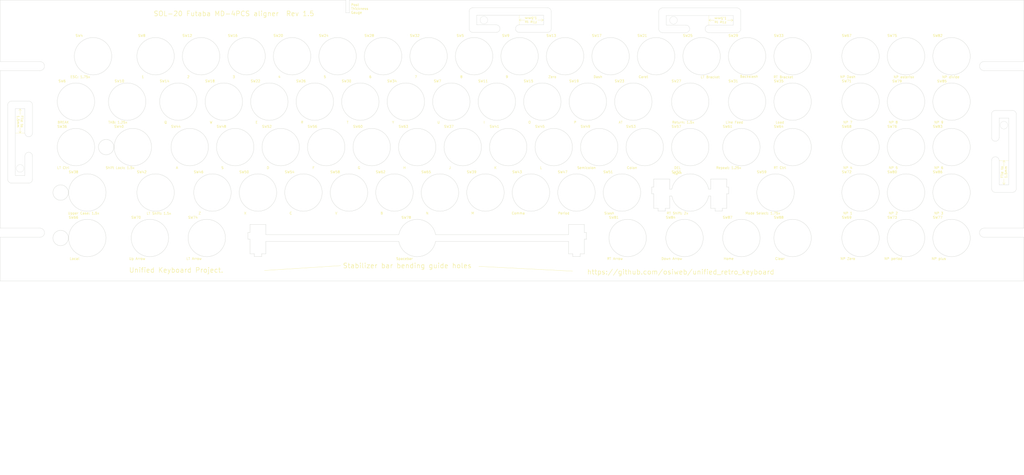
<source format=kicad_pcb>
(kicad_pcb (version 20171130) (host pcbnew "(5.1.6-0-10_14)")

  (general
    (thickness 1.6)
    (drawings 135)
    (tracks 0)
    (zones 0)
    (modules 96)
    (nets 1)
  )

  (page C)
  (title_block
    (title "Unified Retro Keyboard")
    (date 2019-08-25)
    (rev 1.1)
    (company OSIWeb.org)
    (comment 1 "Key aligner - Futaba")
  )

  (layers
    (0 F.Cu signal)
    (31 B.Cu signal)
    (32 B.Adhes user)
    (33 F.Adhes user)
    (34 B.Paste user)
    (35 F.Paste user)
    (36 B.SilkS user)
    (37 F.SilkS user)
    (38 B.Mask user)
    (39 F.Mask user)
    (40 Dwgs.User user)
    (41 Cmts.User user)
    (42 Eco1.User user)
    (43 Eco2.User user)
    (44 Edge.Cuts user)
    (45 Margin user)
    (46 B.CrtYd user)
    (47 F.CrtYd user)
    (48 B.Fab user)
    (49 F.Fab user)
  )

  (setup
    (last_trace_width 0.254)
    (user_trace_width 0.254)
    (user_trace_width 0.508)
    (user_trace_width 1.27)
    (trace_clearance 0.2)
    (zone_clearance 0.508)
    (zone_45_only no)
    (trace_min 0.2)
    (via_size 0.8128)
    (via_drill 0.4064)
    (via_min_size 0.4)
    (via_min_drill 0.3)
    (user_via 1.27 0.7112)
    (uvia_size 0.3048)
    (uvia_drill 0.1016)
    (uvias_allowed no)
    (uvia_min_size 0.2)
    (uvia_min_drill 0.1)
    (edge_width 0.05)
    (segment_width 0.2)
    (pcb_text_width 0.3)
    (pcb_text_size 1.5 1.5)
    (mod_edge_width 0.12)
    (mod_text_size 1 1)
    (mod_text_width 0.15)
    (pad_size 1.5875 1.5875)
    (pad_drill 1.5875)
    (pad_to_mask_clearance 0)
    (aux_axis_origin 61.4172 179.1081)
    (grid_origin 76.835 223.393)
    (visible_elements 7FFFEFFF)
    (pcbplotparams
      (layerselection 0x010fc_ffffffff)
      (usegerberextensions false)
      (usegerberattributes false)
      (usegerberadvancedattributes false)
      (creategerberjobfile false)
      (excludeedgelayer true)
      (linewidth 0.100000)
      (plotframeref false)
      (viasonmask false)
      (mode 1)
      (useauxorigin false)
      (hpglpennumber 1)
      (hpglpenspeed 20)
      (hpglpendiameter 15.000000)
      (psnegative false)
      (psa4output false)
      (plotreference true)
      (plotvalue true)
      (plotinvisibletext false)
      (padsonsilk false)
      (subtractmaskfromsilk false)
      (outputformat 1)
      (mirror false)
      (drillshape 0)
      (scaleselection 1)
      (outputdirectory "outputs"))
  )

  (net 0 "")

  (net_class Default "This is the default net class."
    (clearance 0.2)
    (trace_width 0.254)
    (via_dia 0.8128)
    (via_drill 0.4064)
    (uvia_dia 0.3048)
    (uvia_drill 0.1016)
    (diff_pair_width 0.2032)
    (diff_pair_gap 0.254)
  )

  (net_class power1 ""
    (clearance 0.254)
    (trace_width 1.27)
    (via_dia 1.27)
    (via_drill 0.7112)
    (uvia_dia 0.3048)
    (uvia_drill 0.1016)
    (diff_pair_width 0.2032)
    (diff_pair_gap 0.254)
  )

  (net_class signal ""
    (clearance 0.2032)
    (trace_width 0.254)
    (via_dia 0.8128)
    (via_drill 0.4064)
    (uvia_dia 0.3048)
    (uvia_drill 0.1016)
    (diff_pair_width 0.2032)
    (diff_pair_gap 0.254)
  )

  (module unikbd:Futaba_space_Cherry_aligner locked (layer F.Cu) (tedit 5EDE6F80) (tstamp 5E12D584)
    (at 251.45238 206.79156)
    (path /5E16AC8E/5E135ADC)
    (fp_text reference SW78 (at -4.5847 -8.5725) (layer F.SilkS)
      (effects (font (size 1 1) (thickness 0.15)))
    )
    (fp_text value Spacebar (at -5.334 8.6614) (layer F.SilkS)
      (effects (font (size 1 1) (thickness 0.15)))
    )
    (fp_line (start -63.3476 -5.6896) (end -63.3476 -1.397) (layer Edge.Cuts) (width 0.12))
    (fp_line (start -70.0024 -5.6896) (end -63.3476 -5.6896) (layer Edge.Cuts) (width 0.12))
    (fp_line (start -70.0024 -2.286) (end -70.0024 -5.6896) (layer Edge.Cuts) (width 0.12))
    (fp_line (start -70.866 -2.286) (end -70.0024 -2.286) (layer Edge.Cuts) (width 0.12))
    (fp_line (start -70.866 0.508) (end -70.866 -2.286) (layer Edge.Cuts) (width 0.12))
    (fp_line (start -70.0024 0.508) (end -70.866 0.508) (layer Edge.Cuts) (width 0.12))
    (fp_line (start -70.0024 6.604) (end -70.0024 0.508) (layer Edge.Cuts) (width 0.12))
    (fp_line (start -68.199 6.604) (end -70.0024 6.604) (layer Edge.Cuts) (width 0.12))
    (fp_line (start -68.199 7.7724) (end -68.199 6.604) (layer Edge.Cuts) (width 0.12))
    (fp_line (start -65.151 7.7724) (end -68.199 7.7724) (layer Edge.Cuts) (width 0.12))
    (fp_line (start -65.151 6.604) (end -65.151 7.7724) (layer Edge.Cuts) (width 0.12))
    (fp_line (start -63.3476 6.604) (end -65.151 6.604) (layer Edge.Cuts) (width 0.12))
    (fp_line (start -63.3476 1.397) (end -63.3476 6.604) (layer Edge.Cuts) (width 0.12))
    (fp_line (start 63.3476 6.604) (end 63.3476 1.397) (layer Edge.Cuts) (width 0.12))
    (fp_line (start 65.151 6.604) (end 63.3476 6.604) (layer Edge.Cuts) (width 0.12))
    (fp_line (start 65.151 7.7724) (end 65.151 6.604) (layer Edge.Cuts) (width 0.12))
    (fp_line (start 68.199 7.7724) (end 65.151 7.7724) (layer Edge.Cuts) (width 0.12))
    (fp_line (start 68.199 6.604) (end 68.199 7.7724) (layer Edge.Cuts) (width 0.12))
    (fp_line (start 70.0024 6.604) (end 68.199 6.604) (layer Edge.Cuts) (width 0.12))
    (fp_line (start 70.0024 0.508) (end 70.0024 6.604) (layer Edge.Cuts) (width 0.12))
    (fp_line (start 70.866 0.508) (end 70.0024 0.508) (layer Edge.Cuts) (width 0.12))
    (fp_line (start 70.866 -2.286) (end 70.866 0.508) (layer Edge.Cuts) (width 0.12))
    (fp_line (start 70.0024 -2.286) (end 70.866 -2.286) (layer Edge.Cuts) (width 0.12))
    (fp_line (start 70.0024 -5.6896) (end 70.0024 -2.286) (layer Edge.Cuts) (width 0.12))
    (fp_line (start 63.3476 -5.6896) (end 70.0024 -5.6896) (layer Edge.Cuts) (width 0.12))
    (fp_line (start 63.3476 -1.397) (end 63.3476 -5.6896) (layer Edge.Cuts) (width 0.12))
    (fp_line (start 7.697216 1.397) (end 63.3476 1.397) (layer Edge.Cuts) (width 0.12))
    (fp_line (start 7.697216 -1.397) (end 63.3476 -1.397) (layer Edge.Cuts) (width 0.12))
    (fp_line (start -63.3476 -1.397) (end -7.697216 -1.397) (layer Edge.Cuts) (width 0.12))
    (fp_line (start -63.3476 1.397) (end -7.697216 1.397) (layer Edge.Cuts) (width 0.12))
    (fp_text user MX_space_aligner (at -0.6096 7.9248) (layer B.Fab)
      (effects (font (size 1 1) (thickness 0.15)))
    )
    (fp_text user SW** (at -5.334 -7.874) (layer F.SilkS) hide
      (effects (font (size 1 1) (thickness 0.15)))
    )
    (fp_text user Futaba_2u_Cherry_aligner (at 0 -0.5) (layer F.Fab)
      (effects (font (size 1 1) (thickness 0.15)))
    )
    (fp_text user REF** (at 0 0.5) (layer F.SilkS) hide
      (effects (font (size 1 1) (thickness 0.15)))
    )
    (fp_arc (start 0 0) (end 7.697216 -1.397) (angle -159.4) (layer Edge.Cuts) (width 0.12))
    (fp_arc (start 0 0) (end -7.697216 1.397) (angle -159.4) (layer Edge.Cuts) (width 0.12))
    (pad "" np_thru_hole circle (at -6.985 6.985) (size 1.6256 1.6256) (drill 1.6256) (layers *.Cu *.Mask))
    (pad "" np_thru_hole circle (at -6.985 -6.985) (size 1.6256 1.6256) (drill 1.6256) (layers *.Cu *.Mask))
    (pad "" np_thru_hole circle (at 6.985 -6.985) (size 1.6256 1.6256) (drill 1.6256) (layers *.Cu *.Mask))
    (pad "" np_thru_hole circle (at 6.985 6.985) (size 1.6256 1.6256) (drill 1.6256) (layers *.Cu *.Mask))
  )

  (module MountingHole:MountingHole_3.2mm_M3 (layer F.Cu) (tedit 5EDDA75F) (tstamp 5EDE0C20)
    (at 184.79516 220.90634)
    (descr "Mounting Hole 3.2mm, no annular, M3")
    (tags "mounting hole 3.2mm no annular m3")
    (attr virtual)
    (fp_text reference REF** (at 0 -4.2) (layer F.SilkS) hide
      (effects (font (size 1 1) (thickness 0.15)))
    )
    (fp_text value "Rod sizing hole 1/16 inch" (at 0 4.2) (layer F.Fab)
      (effects (font (size 1 1) (thickness 0.15)))
    )
    (fp_text user H? (at 0 -2.54) (layer F.Fab)
      (effects (font (size 1 1) (thickness 0.15)))
    )
    (pad "" np_thru_hole circle (at 0 0) (size 1.5875 1.5875) (drill 1.5875) (layers *.Cu *.Mask))
  )

  (module MountingHole:MountingHole_3.2mm_M3 (layer F.Cu) (tedit 5EDDA75F) (tstamp 5EDDA612)
    (at 318.14516 220.90634)
    (descr "Mounting Hole 3.2mm, no annular, M3")
    (tags "mounting hole 3.2mm no annular m3")
    (attr virtual)
    (fp_text reference REF** (at 0 -4.2) (layer F.SilkS) hide
      (effects (font (size 1 1) (thickness 0.15)))
    )
    (fp_text value "Rod sizing hole 1/16 inch" (at 0 4.2) (layer F.Fab)
      (effects (font (size 1 1) (thickness 0.15)))
    )
    (fp_text user H? (at 0 -2.54) (layer F.Fab)
      (effects (font (size 1 1) (thickness 0.15)))
    )
    (pad "" np_thru_hole circle (at 0 0) (size 1.5875 1.5875) (drill 1.5875) (layers *.Cu *.Mask))
  )

  (module unikbd:Futaba_2u_Cherry_aligner locked (layer F.Cu) (tedit 5E8CDB68) (tstamp 5E12D3B8)
    (at 365.75238 187.74156)
    (path /5BC3E99D/5BC6D0C2)
    (fp_text reference SW55 (at -5.7912 -8.6106) (layer F.SilkS)
      (effects (font (size 1 1) (thickness 0.15)))
    )
    (fp_text value "RT Shift: 2x" (at -5.334 8.6614) (layer F.SilkS)
      (effects (font (size 1 1) (thickness 0.15)))
    )
    (fp_line (start -8.6106 -5.6896) (end -8.6106 -1.397) (layer Edge.Cuts) (width 0.12))
    (fp_line (start -15.2654 -5.6896) (end -8.6106 -5.6896) (layer Edge.Cuts) (width 0.12))
    (fp_line (start -15.2654 -2.286) (end -15.2654 -5.6896) (layer Edge.Cuts) (width 0.12))
    (fp_line (start -16.129 -2.286) (end -15.2654 -2.286) (layer Edge.Cuts) (width 0.12))
    (fp_line (start -16.129 0.508) (end -16.129 -2.286) (layer Edge.Cuts) (width 0.12))
    (fp_line (start -15.2654 0.508) (end -16.129 0.508) (layer Edge.Cuts) (width 0.12))
    (fp_line (start -15.2654 6.604) (end -15.2654 0.508) (layer Edge.Cuts) (width 0.12))
    (fp_line (start -13.462 6.604) (end -15.2654 6.604) (layer Edge.Cuts) (width 0.12))
    (fp_line (start -13.462 7.7724) (end -13.462 6.604) (layer Edge.Cuts) (width 0.12))
    (fp_line (start -10.414 7.7724) (end -13.462 7.7724) (layer Edge.Cuts) (width 0.12))
    (fp_line (start -10.414 6.604) (end -10.414 7.7724) (layer Edge.Cuts) (width 0.12))
    (fp_line (start -8.6106 6.604) (end -10.414 6.604) (layer Edge.Cuts) (width 0.12))
    (fp_line (start -8.6106 1.397) (end -8.6106 6.604) (layer Edge.Cuts) (width 0.12))
    (fp_line (start 8.6106 6.604) (end 8.6106 1.397) (layer Edge.Cuts) (width 0.12))
    (fp_line (start 10.414 6.604) (end 8.6106 6.604) (layer Edge.Cuts) (width 0.12))
    (fp_line (start 10.414 7.7724) (end 10.414 6.604) (layer Edge.Cuts) (width 0.12))
    (fp_line (start 13.462 7.7724) (end 10.414 7.7724) (layer Edge.Cuts) (width 0.12))
    (fp_line (start 8.6106 -1.397) (end 8.6106 -5.6896) (layer Edge.Cuts) (width 0.12))
    (fp_line (start 8.6106 -5.6896) (end 15.2654 -5.6896) (layer Edge.Cuts) (width 0.12))
    (fp_line (start 13.462 6.604) (end 13.462 7.7724) (layer Edge.Cuts) (width 0.12))
    (fp_line (start 15.2654 6.604) (end 13.462 6.604) (layer Edge.Cuts) (width 0.12))
    (fp_line (start 15.2654 0.508) (end 15.2654 6.604) (layer Edge.Cuts) (width 0.12))
    (fp_line (start 16.129 0.508) (end 15.2654 0.508) (layer Edge.Cuts) (width 0.12))
    (fp_line (start 16.129 -2.286) (end 16.129 0.508) (layer Edge.Cuts) (width 0.12))
    (fp_line (start 15.2654 -2.286) (end 16.129 -2.286) (layer Edge.Cuts) (width 0.12))
    (fp_line (start 15.2654 -5.6896) (end 15.2654 -2.286) (layer Edge.Cuts) (width 0.12))
    (fp_line (start -8.6106 1.397) (end -7.6962 1.397) (layer Edge.Cuts) (width 0.12))
    (fp_line (start -8.6106 -1.397) (end -7.6962 -1.397) (layer Edge.Cuts) (width 0.12))
    (fp_line (start 7.6962 -1.397) (end 8.6106 -1.397) (layer Edge.Cuts) (width 0.12))
    (fp_line (start 7.6962 1.397) (end 8.6106 1.397) (layer Edge.Cuts) (width 0.12))
    (fp_arc (start 0 0) (end -7.697216 1.397) (angle -159.4) (layer Edge.Cuts) (width 0.12))
    (fp_arc (start 0 0) (end 7.697216 -1.397) (angle -159.4) (layer Edge.Cuts) (width 0.12))
    (fp_text user SW** (at -5.334 -7.874) (layer F.SilkS)
      (effects (font (size 1 1) (thickness 0.15)))
    )
    (fp_text user MX_space_aligner (at -0.6096 7.9248) (layer B.Fab)
      (effects (font (size 1 1) (thickness 0.15)))
    )
    (pad "" np_thru_hole circle (at 6.985 6.985) (size 1.6256 1.6256) (drill 1.6256) (layers *.Cu *.Mask))
    (pad "" np_thru_hole circle (at 6.985 -6.985) (size 1.6256 1.6256) (drill 1.6256) (layers *.Cu *.Mask))
    (pad "" np_thru_hole circle (at -6.985 6.985) (size 1.6256 1.6256) (drill 1.6256) (layers *.Cu *.Mask))
    (pad "" np_thru_hole circle (at -6.985 -6.985) (size 1.6256 1.6256) (drill 1.6256) (layers *.Cu *.Mask))
  )

  (module unikbd:Futaba-MD-4PCS-aligner locked (layer F.Cu) (tedit 5DA63068) (tstamp 5E12D408)
    (at 401.47113 187.74156)
    (path /5BC3E99D/5BC6D0C9)
    (fp_text reference SW59 (at -5.7912 -8.6106) (layer F.SilkS)
      (effects (font (size 1 1) (thickness 0.15)))
    )
    (fp_text value "Mode Select: 1.75x" (at -5.334 8.6614) (layer F.SilkS)
      (effects (font (size 1 1) (thickness 0.15)))
    )
    (fp_circle (center 0 0) (end 7.8232 0) (layer Edge.Cuts) (width 0.12))
    (pad "" np_thru_hole circle (at -6.985 -6.985) (size 1.6256 1.6256) (drill 1.6256) (layers *.Cu *.Mask))
    (pad "" np_thru_hole circle (at -6.985 6.985) (size 1.6256 1.6256) (drill 1.6256) (layers *.Cu *.Mask))
    (pad "" np_thru_hole circle (at 6.985 6.985) (size 1.6256 1.6256) (drill 1.6256) (layers *.Cu *.Mask))
    (pad "" np_thru_hole circle (at 6.985 -6.985) (size 1.6256 1.6256) (drill 1.6256) (layers *.Cu *.Mask))
  )

  (module unikbd:Futaba-MD-4PCS-aligner locked (layer F.Cu) (tedit 5DA63068) (tstamp 5E12D458)
    (at 251.45238 168.69156)
    (path /5BC3E99D/5BC3FF70)
    (fp_text reference SW63 (at -5.7912 -8.6106) (layer F.SilkS)
      (effects (font (size 1 1) (thickness 0.15)))
    )
    (fp_text value H (at -5.334 8.6614) (layer F.SilkS)
      (effects (font (size 1 1) (thickness 0.15)))
    )
    (fp_circle (center 0 0) (end 7.8232 0) (layer Edge.Cuts) (width 0.12))
    (pad "" np_thru_hole circle (at -6.985 -6.985) (size 1.6256 1.6256) (drill 1.6256) (layers *.Cu *.Mask))
    (pad "" np_thru_hole circle (at -6.985 6.985) (size 1.6256 1.6256) (drill 1.6256) (layers *.Cu *.Mask))
    (pad "" np_thru_hole circle (at 6.985 6.985) (size 1.6256 1.6256) (drill 1.6256) (layers *.Cu *.Mask))
    (pad "" np_thru_hole circle (at 6.985 -6.985) (size 1.6256 1.6256) (drill 1.6256) (layers *.Cu *.Mask))
  )

  (module unikbd:Futaba-MD-4PCS-aligner locked (layer F.Cu) (tedit 5DA63068) (tstamp 5E12D41C)
    (at 232.40238 168.69156)
    (path /5BC3E99D/5BC3FF77)
    (fp_text reference SW60 (at -5.7912 -8.6106) (layer F.SilkS)
      (effects (font (size 1 1) (thickness 0.15)))
    )
    (fp_text value G (at -5.334 8.6614) (layer F.SilkS)
      (effects (font (size 1 1) (thickness 0.15)))
    )
    (fp_circle (center 0 0) (end 7.8232 0) (layer Edge.Cuts) (width 0.12))
    (pad "" np_thru_hole circle (at -6.985 -6.985) (size 1.6256 1.6256) (drill 1.6256) (layers *.Cu *.Mask))
    (pad "" np_thru_hole circle (at -6.985 6.985) (size 1.6256 1.6256) (drill 1.6256) (layers *.Cu *.Mask))
    (pad "" np_thru_hole circle (at 6.985 6.985) (size 1.6256 1.6256) (drill 1.6256) (layers *.Cu *.Mask))
    (pad "" np_thru_hole circle (at 6.985 -6.985) (size 1.6256 1.6256) (drill 1.6256) (layers *.Cu *.Mask))
  )

  (module unikbd:Futaba-MD-4PCS-aligner locked (layer F.Cu) (tedit 5DA63068) (tstamp 5E12D430)
    (at 387.18363 168.69156)
    (path /5BC3E99D/5BC6CD87)
    (fp_text reference SW61 (at -5.7912 -8.6106) (layer F.SilkS)
      (effects (font (size 1 1) (thickness 0.15)))
    )
    (fp_text value "Repeat: 1.25x" (at -5.334 8.6614) (layer F.SilkS)
      (effects (font (size 1 1) (thickness 0.15)))
    )
    (fp_circle (center 0 0) (end 7.8232 0) (layer Edge.Cuts) (width 0.12))
    (pad "" np_thru_hole circle (at -6.985 -6.985) (size 1.6256 1.6256) (drill 1.6256) (layers *.Cu *.Mask))
    (pad "" np_thru_hole circle (at -6.985 6.985) (size 1.6256 1.6256) (drill 1.6256) (layers *.Cu *.Mask))
    (pad "" np_thru_hole circle (at 6.985 6.985) (size 1.6256 1.6256) (drill 1.6256) (layers *.Cu *.Mask))
    (pad "" np_thru_hole circle (at 6.985 -6.985) (size 1.6256 1.6256) (drill 1.6256) (layers *.Cu *.Mask))
  )

  (module unikbd:Futaba-MD-4PCS-aligner locked (layer F.Cu) (tedit 5DA63068) (tstamp 5E12D3CC)
    (at 213.35238 168.69156)
    (path /5BC3E99D/5BC3FF69)
    (fp_text reference SW56 (at -5.7912 -8.6106) (layer F.SilkS)
      (effects (font (size 1 1) (thickness 0.15)))
    )
    (fp_text value F (at -5.334 8.6614) (layer F.SilkS)
      (effects (font (size 1 1) (thickness 0.15)))
    )
    (fp_circle (center 0 0) (end 7.8232 0) (layer Edge.Cuts) (width 0.12))
    (pad "" np_thru_hole circle (at -6.985 -6.985) (size 1.6256 1.6256) (drill 1.6256) (layers *.Cu *.Mask))
    (pad "" np_thru_hole circle (at -6.985 6.985) (size 1.6256 1.6256) (drill 1.6256) (layers *.Cu *.Mask))
    (pad "" np_thru_hole circle (at 6.985 6.985) (size 1.6256 1.6256) (drill 1.6256) (layers *.Cu *.Mask))
    (pad "" np_thru_hole circle (at 6.985 -6.985) (size 1.6256 1.6256) (drill 1.6256) (layers *.Cu *.Mask))
  )

  (module unikbd:Futaba-MD-4PCS-aligner locked (layer F.Cu) (tedit 5DA63068) (tstamp 5E12D46C)
    (at 408.61488 168.69156)
    (path /5BC3E99D/5BC6CD80)
    (fp_text reference SW64 (at -5.7912 -8.6106) (layer F.SilkS)
      (effects (font (size 1 1) (thickness 0.15)))
    )
    (fp_text value "RT Ctrl" (at -5.334 8.6614) (layer F.SilkS)
      (effects (font (size 1 1) (thickness 0.15)))
    )
    (fp_circle (center 0 0) (end 7.8232 0) (layer Edge.Cuts) (width 0.12))
    (pad "" np_thru_hole circle (at -6.985 -6.985) (size 1.6256 1.6256) (drill 1.6256) (layers *.Cu *.Mask))
    (pad "" np_thru_hole circle (at -6.985 6.985) (size 1.6256 1.6256) (drill 1.6256) (layers *.Cu *.Mask))
    (pad "" np_thru_hole circle (at 6.985 6.985) (size 1.6256 1.6256) (drill 1.6256) (layers *.Cu *.Mask))
    (pad "" np_thru_hole circle (at 6.985 -6.985) (size 1.6256 1.6256) (drill 1.6256) (layers *.Cu *.Mask))
  )

  (module unikbd:Futaba-MD-4PCS-aligner locked (layer F.Cu) (tedit 5DA63068) (tstamp 5E12D250)
    (at 270.50238 168.69156)
    (path /5BC3E99D/5E1BE11F)
    (fp_text reference SW37 (at -5.7912 -8.6106) (layer F.SilkS)
      (effects (font (size 1 1) (thickness 0.15)))
    )
    (fp_text value J (at -5.334 8.6614) (layer F.SilkS)
      (effects (font (size 1 1) (thickness 0.15)))
    )
    (fp_circle (center 0 0) (end 7.8232 0) (layer Edge.Cuts) (width 0.12))
    (pad "" np_thru_hole circle (at -6.985 -6.985) (size 1.6256 1.6256) (drill 1.6256) (layers *.Cu *.Mask))
    (pad "" np_thru_hole circle (at -6.985 6.985) (size 1.6256 1.6256) (drill 1.6256) (layers *.Cu *.Mask))
    (pad "" np_thru_hole circle (at 6.985 6.985) (size 1.6256 1.6256) (drill 1.6256) (layers *.Cu *.Mask))
    (pad "" np_thru_hole circle (at 6.985 -6.985) (size 1.6256 1.6256) (drill 1.6256) (layers *.Cu *.Mask))
  )

  (module unikbd:Futaba-MD-4PCS-aligner locked (layer F.Cu) (tedit 5DA63068) (tstamp 5E12D55C)
    (at 456.11288 168.69156)
    (path /5E16AC8E/5E1BE10C)
    (fp_text reference SW76 (at -5.7912 -8.6106) (layer F.SilkS)
      (effects (font (size 1 1) (thickness 0.15)))
    )
    (fp_text value "NP 5" (at -5.334 8.6614) (layer F.SilkS)
      (effects (font (size 1 1) (thickness 0.15)))
    )
    (fp_circle (center 0 0) (end 7.8232 0) (layer Edge.Cuts) (width 0.12))
    (pad "" np_thru_hole circle (at -6.985 -6.985) (size 1.6256 1.6256) (drill 1.6256) (layers *.Cu *.Mask))
    (pad "" np_thru_hole circle (at -6.985 6.985) (size 1.6256 1.6256) (drill 1.6256) (layers *.Cu *.Mask))
    (pad "" np_thru_hole circle (at 6.985 6.985) (size 1.6256 1.6256) (drill 1.6256) (layers *.Cu *.Mask))
    (pad "" np_thru_hole circle (at 6.985 -6.985) (size 1.6256 1.6256) (drill 1.6256) (layers *.Cu *.Mask))
  )

  (module unikbd:Futaba-MD-4PCS-aligner locked (layer F.Cu) (tedit 5DA63068) (tstamp 5E12D28C)
    (at 132.38988 168.69156)
    (path /5BC3E99D/5BC3FD26)
    (fp_text reference SW40 (at -5.7912 -8.6106) (layer F.SilkS)
      (effects (font (size 1 1) (thickness 0.15)))
    )
    (fp_text value "Shift Lock: 1.5x" (at -5.334 8.6614) (layer F.SilkS)
      (effects (font (size 1 1) (thickness 0.15)))
    )
    (fp_circle (center 0 0) (end 7.8232 0) (layer Edge.Cuts) (width 0.12))
    (pad "" np_thru_hole circle (at -6.985 -6.985) (size 1.6256 1.6256) (drill 1.6256) (layers *.Cu *.Mask))
    (pad "" np_thru_hole circle (at -6.985 6.985) (size 1.6256 1.6256) (drill 1.6256) (layers *.Cu *.Mask))
    (pad "" np_thru_hole circle (at 6.985 6.985) (size 1.6256 1.6256) (drill 1.6256) (layers *.Cu *.Mask))
    (pad "" np_thru_hole circle (at 6.985 -6.985) (size 1.6256 1.6256) (drill 1.6256) (layers *.Cu *.Mask))
  )

  (module unikbd:Futaba-MD-4PCS-aligner locked (layer F.Cu) (tedit 5DA63068) (tstamp 5E12D2A0)
    (at 289.55238 168.69156)
    (path /5BC3E99D/5BC6CD5D)
    (fp_text reference SW41 (at -5.7912 -8.6106) (layer F.SilkS)
      (effects (font (size 1 1) (thickness 0.15)))
    )
    (fp_text value K (at -5.334 8.6614) (layer F.SilkS)
      (effects (font (size 1 1) (thickness 0.15)))
    )
    (fp_circle (center 0 0) (end 7.8232 0) (layer Edge.Cuts) (width 0.12))
    (pad "" np_thru_hole circle (at -6.985 -6.985) (size 1.6256 1.6256) (drill 1.6256) (layers *.Cu *.Mask))
    (pad "" np_thru_hole circle (at -6.985 6.985) (size 1.6256 1.6256) (drill 1.6256) (layers *.Cu *.Mask))
    (pad "" np_thru_hole circle (at 6.985 6.985) (size 1.6256 1.6256) (drill 1.6256) (layers *.Cu *.Mask))
    (pad "" np_thru_hole circle (at 6.985 -6.985) (size 1.6256 1.6256) (drill 1.6256) (layers *.Cu *.Mask))
  )

  (module unikbd:Futaba-MD-4PCS-aligner locked (layer F.Cu) (tedit 5DA63068) (tstamp 5E12D2DC)
    (at 156.20238 168.69156)
    (path /5BC3E99D/5BC3FE57)
    (fp_text reference SW44 (at -5.7912 -8.6106) (layer F.SilkS)
      (effects (font (size 1 1) (thickness 0.15)))
    )
    (fp_text value A (at -5.334 8.6614) (layer F.SilkS)
      (effects (font (size 1 1) (thickness 0.15)))
    )
    (fp_circle (center 0 0) (end 7.8232 0) (layer Edge.Cuts) (width 0.12))
    (pad "" np_thru_hole circle (at -6.985 -6.985) (size 1.6256 1.6256) (drill 1.6256) (layers *.Cu *.Mask))
    (pad "" np_thru_hole circle (at -6.985 6.985) (size 1.6256 1.6256) (drill 1.6256) (layers *.Cu *.Mask))
    (pad "" np_thru_hole circle (at 6.985 6.985) (size 1.6256 1.6256) (drill 1.6256) (layers *.Cu *.Mask))
    (pad "" np_thru_hole circle (at 6.985 -6.985) (size 1.6256 1.6256) (drill 1.6256) (layers *.Cu *.Mask))
  )

  (module unikbd:Futaba-MD-4PCS-aligner locked (layer F.Cu) (tedit 5DA63068) (tstamp 5E12D2F0)
    (at 308.60238 168.69156)
    (path /5BC3E99D/5BC6CD6B)
    (fp_text reference SW45 (at -5.7912 -8.6106) (layer F.SilkS)
      (effects (font (size 1 1) (thickness 0.15)))
    )
    (fp_text value L (at -5.334 8.6614) (layer F.SilkS)
      (effects (font (size 1 1) (thickness 0.15)))
    )
    (fp_circle (center 0 0) (end 7.8232 0) (layer Edge.Cuts) (width 0.12))
    (pad "" np_thru_hole circle (at -6.985 -6.985) (size 1.6256 1.6256) (drill 1.6256) (layers *.Cu *.Mask))
    (pad "" np_thru_hole circle (at -6.985 6.985) (size 1.6256 1.6256) (drill 1.6256) (layers *.Cu *.Mask))
    (pad "" np_thru_hole circle (at 6.985 6.985) (size 1.6256 1.6256) (drill 1.6256) (layers *.Cu *.Mask))
    (pad "" np_thru_hole circle (at 6.985 -6.985) (size 1.6256 1.6256) (drill 1.6256) (layers *.Cu *.Mask))
  )

  (module unikbd:Futaba-MD-4PCS-aligner locked (layer F.Cu) (tedit 5DA63068) (tstamp 5E12D32C)
    (at 175.25238 168.69156)
    (path /5BC3E99D/5E1BE11D)
    (fp_text reference SW48 (at -5.7912 -8.6106) (layer F.SilkS)
      (effects (font (size 1 1) (thickness 0.15)))
    )
    (fp_text value S (at -5.334 8.6614) (layer F.SilkS)
      (effects (font (size 1 1) (thickness 0.15)))
    )
    (fp_circle (center 0 0) (end 7.8232 0) (layer Edge.Cuts) (width 0.12))
    (pad "" np_thru_hole circle (at -6.985 -6.985) (size 1.6256 1.6256) (drill 1.6256) (layers *.Cu *.Mask))
    (pad "" np_thru_hole circle (at -6.985 6.985) (size 1.6256 1.6256) (drill 1.6256) (layers *.Cu *.Mask))
    (pad "" np_thru_hole circle (at 6.985 6.985) (size 1.6256 1.6256) (drill 1.6256) (layers *.Cu *.Mask))
    (pad "" np_thru_hole circle (at 6.985 -6.985) (size 1.6256 1.6256) (drill 1.6256) (layers *.Cu *.Mask))
  )

  (module unikbd:Futaba-MD-4PCS-aligner locked (layer F.Cu) (tedit 5DA63068) (tstamp 5E12D340)
    (at 327.65238 168.69156)
    (path /5BC3E99D/5BC6CD64)
    (fp_text reference SW49 (at -5.7912 -8.6106) (layer F.SilkS)
      (effects (font (size 1 1) (thickness 0.15)))
    )
    (fp_text value Semicolon (at -5.334 8.6614) (layer F.SilkS)
      (effects (font (size 1 1) (thickness 0.15)))
    )
    (fp_circle (center 0 0) (end 7.8232 0) (layer Edge.Cuts) (width 0.12))
    (pad "" np_thru_hole circle (at -6.985 -6.985) (size 1.6256 1.6256) (drill 1.6256) (layers *.Cu *.Mask))
    (pad "" np_thru_hole circle (at -6.985 6.985) (size 1.6256 1.6256) (drill 1.6256) (layers *.Cu *.Mask))
    (pad "" np_thru_hole circle (at 6.985 6.985) (size 1.6256 1.6256) (drill 1.6256) (layers *.Cu *.Mask))
    (pad "" np_thru_hole circle (at 6.985 -6.985) (size 1.6256 1.6256) (drill 1.6256) (layers *.Cu *.Mask))
  )

  (module unikbd:Futaba-MD-4PCS-aligner locked (layer F.Cu) (tedit 5DA63068) (tstamp 5E12D37C)
    (at 194.30238 168.69156)
    (path /5BC3E99D/5E0AC938)
    (fp_text reference SW52 (at -5.7912 -8.6106) (layer F.SilkS)
      (effects (font (size 1 1) (thickness 0.15)))
    )
    (fp_text value D (at -5.334 8.6614) (layer F.SilkS)
      (effects (font (size 1 1) (thickness 0.15)))
    )
    (fp_circle (center 0 0) (end 7.8232 0) (layer Edge.Cuts) (width 0.12))
    (pad "" np_thru_hole circle (at -6.985 -6.985) (size 1.6256 1.6256) (drill 1.6256) (layers *.Cu *.Mask))
    (pad "" np_thru_hole circle (at -6.985 6.985) (size 1.6256 1.6256) (drill 1.6256) (layers *.Cu *.Mask))
    (pad "" np_thru_hole circle (at 6.985 6.985) (size 1.6256 1.6256) (drill 1.6256) (layers *.Cu *.Mask))
    (pad "" np_thru_hole circle (at 6.985 -6.985) (size 1.6256 1.6256) (drill 1.6256) (layers *.Cu *.Mask))
  )

  (module unikbd:Futaba-MD-4PCS-aligner locked (layer F.Cu) (tedit 5DA63068) (tstamp 5E12D390)
    (at 346.70238 168.69156)
    (path /5BC3E99D/5BC6CD72)
    (fp_text reference SW53 (at -5.7912 -8.6106) (layer F.SilkS)
      (effects (font (size 1 1) (thickness 0.15)))
    )
    (fp_text value Colon (at -5.334 8.6614) (layer F.SilkS)
      (effects (font (size 1 1) (thickness 0.15)))
    )
    (fp_circle (center 0 0) (end 7.8232 0) (layer Edge.Cuts) (width 0.12))
    (pad "" np_thru_hole circle (at -6.985 -6.985) (size 1.6256 1.6256) (drill 1.6256) (layers *.Cu *.Mask))
    (pad "" np_thru_hole circle (at -6.985 6.985) (size 1.6256 1.6256) (drill 1.6256) (layers *.Cu *.Mask))
    (pad "" np_thru_hole circle (at 6.985 6.985) (size 1.6256 1.6256) (drill 1.6256) (layers *.Cu *.Mask))
    (pad "" np_thru_hole circle (at 6.985 -6.985) (size 1.6256 1.6256) (drill 1.6256) (layers *.Cu *.Mask))
  )

  (module unikbd:Futaba-MD-4PCS-aligner locked (layer F.Cu) (tedit 5DA63068) (tstamp 5E12D4BC)
    (at 437.06288 168.69156)
    (path /5E16AC8E/5E1BE109)
    (fp_text reference SW68 (at -5.7912 -8.6106) (layer F.SilkS)
      (effects (font (size 1 1) (thickness 0.15)))
    )
    (fp_text value "NP 4" (at -5.334 8.6614) (layer F.SilkS)
      (effects (font (size 1 1) (thickness 0.15)))
    )
    (fp_circle (center 0 0) (end 7.8232 0) (layer Edge.Cuts) (width 0.12))
    (pad "" np_thru_hole circle (at -6.985 -6.985) (size 1.6256 1.6256) (drill 1.6256) (layers *.Cu *.Mask))
    (pad "" np_thru_hole circle (at -6.985 6.985) (size 1.6256 1.6256) (drill 1.6256) (layers *.Cu *.Mask))
    (pad "" np_thru_hole circle (at 6.985 6.985) (size 1.6256 1.6256) (drill 1.6256) (layers *.Cu *.Mask))
    (pad "" np_thru_hole circle (at 6.985 -6.985) (size 1.6256 1.6256) (drill 1.6256) (layers *.Cu *.Mask))
  )

  (module unikbd:Futaba-MD-4PCS-aligner locked (layer F.Cu) (tedit 5DA63068) (tstamp 5E12D5E8)
    (at 475.16288 168.69156)
    (path /5E16AC8E/5E1BE10D)
    (fp_text reference SW83 (at -5.7912 -8.6106) (layer F.SilkS)
      (effects (font (size 1 1) (thickness 0.15)))
    )
    (fp_text value "NP 6" (at -5.334 8.6614) (layer F.SilkS)
      (effects (font (size 1 1) (thickness 0.15)))
    )
    (fp_circle (center 0 0) (end 7.8232 0) (layer Edge.Cuts) (width 0.12))
    (pad "" np_thru_hole circle (at -6.985 -6.985) (size 1.6256 1.6256) (drill 1.6256) (layers *.Cu *.Mask))
    (pad "" np_thru_hole circle (at -6.985 6.985) (size 1.6256 1.6256) (drill 1.6256) (layers *.Cu *.Mask))
    (pad "" np_thru_hole circle (at 6.985 6.985) (size 1.6256 1.6256) (drill 1.6256) (layers *.Cu *.Mask))
    (pad "" np_thru_hole circle (at 6.985 -6.985) (size 1.6256 1.6256) (drill 1.6256) (layers *.Cu *.Mask))
  )

  (module unikbd:Futaba-MD-4PCS-aligner locked (layer F.Cu) (tedit 5DA63068) (tstamp 5E12D3E0)
    (at 365.75238 168.69156)
    (path /5BC3E99D/5BC6CD79)
    (fp_text reference SW57 (at -5.7912 -8.6106) (layer F.SilkS)
      (effects (font (size 1 1) (thickness 0.15)))
    )
    (fp_text value DEL (at -5.334 8.6614) (layer F.SilkS)
      (effects (font (size 1 1) (thickness 0.15)))
    )
    (fp_circle (center 0 0) (end 7.8232 0) (layer Edge.Cuts) (width 0.12))
    (pad "" np_thru_hole circle (at -6.985 -6.985) (size 1.6256 1.6256) (drill 1.6256) (layers *.Cu *.Mask))
    (pad "" np_thru_hole circle (at -6.985 6.985) (size 1.6256 1.6256) (drill 1.6256) (layers *.Cu *.Mask))
    (pad "" np_thru_hole circle (at 6.985 6.985) (size 1.6256 1.6256) (drill 1.6256) (layers *.Cu *.Mask))
    (pad "" np_thru_hole circle (at 6.985 -6.985) (size 1.6256 1.6256) (drill 1.6256) (layers *.Cu *.Mask))
  )

  (module unikbd:Futaba-MD-4PCS-aligner locked (layer F.Cu) (tedit 5DA63068) (tstamp 5E12D3A4)
    (at 203.82738 187.74156)
    (path /5BC3E99D/5BC6CEF2)
    (fp_text reference SW54 (at -5.7912 -8.6106) (layer F.SilkS)
      (effects (font (size 1 1) (thickness 0.15)))
    )
    (fp_text value C (at -5.334 8.6614) (layer F.SilkS)
      (effects (font (size 1 1) (thickness 0.15)))
    )
    (fp_circle (center 0 0) (end 7.8232 0) (layer Edge.Cuts) (width 0.12))
    (pad "" np_thru_hole circle (at -6.985 -6.985) (size 1.6256 1.6256) (drill 1.6256) (layers *.Cu *.Mask))
    (pad "" np_thru_hole circle (at -6.985 6.985) (size 1.6256 1.6256) (drill 1.6256) (layers *.Cu *.Mask))
    (pad "" np_thru_hole circle (at 6.985 6.985) (size 1.6256 1.6256) (drill 1.6256) (layers *.Cu *.Mask))
    (pad "" np_thru_hole circle (at 6.985 -6.985) (size 1.6256 1.6256) (drill 1.6256) (layers *.Cu *.Mask))
  )

  (module unikbd:Futaba-MD-4PCS-aligner locked (layer F.Cu) (tedit 5DA63068) (tstamp 5E6EC726)
    (at 163.34613 206.79156)
    (path /5E16AC8E/5E1BE0F6)
    (fp_text reference SW74 (at -5.7912 -8.6106) (layer F.SilkS)
      (effects (font (size 1 1) (thickness 0.15)))
    )
    (fp_text value "LT Arrow" (at -5.334 8.6614) (layer F.SilkS)
      (effects (font (size 1 1) (thickness 0.15)))
    )
    (fp_circle (center 0 0) (end 7.8232 0) (layer Edge.Cuts) (width 0.12))
    (pad "" np_thru_hole circle (at -6.985 -6.985) (size 1.6256 1.6256) (drill 1.6256) (layers *.Cu *.Mask))
    (pad "" np_thru_hole circle (at -6.985 6.985) (size 1.6256 1.6256) (drill 1.6256) (layers *.Cu *.Mask))
    (pad "" np_thru_hole circle (at 6.985 6.985) (size 1.6256 1.6256) (drill 1.6256) (layers *.Cu *.Mask))
    (pad "" np_thru_hole circle (at 6.985 -6.985) (size 1.6256 1.6256) (drill 1.6256) (layers *.Cu *.Mask))
  )

  (module unikbd:Futaba-MD-4PCS-aligner locked (layer F.Cu) (tedit 5DA63068) (tstamp 5E120789)
    (at 475.16288 149.64156)
    (path /5E16AC8E/5E1BE103)
    (fp_text reference SW85 (at -4.03098 -8.56996) (layer F.SilkS)
      (effects (font (size 1 1) (thickness 0.15)))
    )
    (fp_text value "NP 9" (at -5.334 8.6614) (layer F.SilkS)
      (effects (font (size 1 1) (thickness 0.15)))
    )
    (fp_circle (center 0 0) (end 7.8232 0) (layer Edge.Cuts) (width 0.12))
    (pad "" np_thru_hole circle (at -6.985 -6.985) (size 1.6256 1.6256) (drill 1.6256) (layers *.Cu *.Mask))
    (pad "" np_thru_hole circle (at -6.985 6.985) (size 1.6256 1.6256) (drill 1.6256) (layers *.Cu *.Mask))
    (pad "" np_thru_hole circle (at 6.985 6.985) (size 1.6256 1.6256) (drill 1.6256) (layers *.Cu *.Mask))
    (pad "" np_thru_hole circle (at 6.985 -6.985) (size 1.6256 1.6256) (drill 1.6256) (layers *.Cu *.Mask))
  )

  (module unikbd:Futaba-MD-4PCS-aligner locked (layer F.Cu) (tedit 5DA63068) (tstamp 5E12D1C4)
    (at 227.63988 149.64156)
    (path /5BC3EA0A/5BCAF420)
    (fp_text reference SW30 (at -5.7912 -8.6106) (layer F.SilkS)
      (effects (font (size 1 1) (thickness 0.15)))
    )
    (fp_text value T (at -5.334 8.6614) (layer F.SilkS)
      (effects (font (size 1 1) (thickness 0.15)))
    )
    (fp_circle (center 0 0) (end 7.8232 0) (layer Edge.Cuts) (width 0.12))
    (pad "" np_thru_hole circle (at -6.985 -6.985) (size 1.6256 1.6256) (drill 1.6256) (layers *.Cu *.Mask))
    (pad "" np_thru_hole circle (at -6.985 6.985) (size 1.6256 1.6256) (drill 1.6256) (layers *.Cu *.Mask))
    (pad "" np_thru_hole circle (at 6.985 6.985) (size 1.6256 1.6256) (drill 1.6256) (layers *.Cu *.Mask))
    (pad "" np_thru_hole circle (at 6.985 -6.985) (size 1.6256 1.6256) (drill 1.6256) (layers *.Cu *.Mask))
  )

  (module unikbd:Futaba-MD-4PCS-aligner locked (layer F.Cu) (tedit 5DA63068) (tstamp 5E12D64C)
    (at 408.61488 206.79156)
    (path /5E16AC8E/5E1BE0F8)
    (fp_text reference SW88 (at -5.7912 -8.6106) (layer F.SilkS)
      (effects (font (size 1 1) (thickness 0.15)))
    )
    (fp_text value Clear (at -5.334 8.6614) (layer F.SilkS)
      (effects (font (size 1 1) (thickness 0.15)))
    )
    (fp_circle (center 0 0) (end 7.8232 0) (layer Edge.Cuts) (width 0.12))
    (pad "" np_thru_hole circle (at -6.985 -6.985) (size 1.6256 1.6256) (drill 1.6256) (layers *.Cu *.Mask))
    (pad "" np_thru_hole circle (at -6.985 6.985) (size 1.6256 1.6256) (drill 1.6256) (layers *.Cu *.Mask))
    (pad "" np_thru_hole circle (at 6.985 6.985) (size 1.6256 1.6256) (drill 1.6256) (layers *.Cu *.Mask))
    (pad "" np_thru_hole circle (at 6.985 -6.985) (size 1.6256 1.6256) (drill 1.6256) (layers *.Cu *.Mask))
  )

  (module unikbd:Futaba-MD-4PCS-aligner locked (layer F.Cu) (tedit 5DA63068) (tstamp 5E12D638)
    (at 387.18363 206.79156)
    (path /5E16AC8E/5E1BE0F9)
    (fp_text reference SW87 (at -5.7912 -8.6106) (layer F.SilkS)
      (effects (font (size 1 1) (thickness 0.15)))
    )
    (fp_text value Home (at -5.334 8.6614) (layer F.SilkS)
      (effects (font (size 1 1) (thickness 0.15)))
    )
    (fp_circle (center 0 0) (end 7.8232 0) (layer Edge.Cuts) (width 0.12))
    (pad "" np_thru_hole circle (at -6.985 -6.985) (size 1.6256 1.6256) (drill 1.6256) (layers *.Cu *.Mask))
    (pad "" np_thru_hole circle (at -6.985 6.985) (size 1.6256 1.6256) (drill 1.6256) (layers *.Cu *.Mask))
    (pad "" np_thru_hole circle (at 6.985 6.985) (size 1.6256 1.6256) (drill 1.6256) (layers *.Cu *.Mask))
    (pad "" np_thru_hole circle (at 6.985 -6.985) (size 1.6256 1.6256) (drill 1.6256) (layers *.Cu *.Mask))
  )

  (module unikbd:Futaba-MD-4PCS-aligner locked (layer F.Cu) (tedit 5DA63068) (tstamp 5E12D624)
    (at 475.16288 187.74156)
    (path /5E16AC8E/5E1BE10E)
    (fp_text reference SW86 (at -5.7912 -8.6106) (layer F.SilkS)
      (effects (font (size 1 1) (thickness 0.15)))
    )
    (fp_text value "NP 3" (at -5.334 8.6614) (layer F.SilkS)
      (effects (font (size 1 1) (thickness 0.15)))
    )
    (fp_circle (center 0 0) (end 7.8232 0) (layer Edge.Cuts) (width 0.12))
    (pad "" np_thru_hole circle (at -6.985 -6.985) (size 1.6256 1.6256) (drill 1.6256) (layers *.Cu *.Mask))
    (pad "" np_thru_hole circle (at -6.985 6.985) (size 1.6256 1.6256) (drill 1.6256) (layers *.Cu *.Mask))
    (pad "" np_thru_hole circle (at 6.985 6.985) (size 1.6256 1.6256) (drill 1.6256) (layers *.Cu *.Mask))
    (pad "" np_thru_hole circle (at 6.985 -6.985) (size 1.6256 1.6256) (drill 1.6256) (layers *.Cu *.Mask))
  )

  (module unikbd:Futaba-MD-4PCS-aligner locked (layer F.Cu) (tedit 5DA63068) (tstamp 5E12D5FC)
    (at 363.37113 206.79156)
    (path /5E16AC8E/5E1BE0F7)
    (fp_text reference SW84 (at -5.7912 -8.6106) (layer F.SilkS)
      (effects (font (size 1 1) (thickness 0.15)))
    )
    (fp_text value "Down Arrow" (at -5.334 8.6614) (layer F.SilkS)
      (effects (font (size 1 1) (thickness 0.15)))
    )
    (fp_circle (center 0 0) (end 7.8232 0) (layer Edge.Cuts) (width 0.12))
    (pad "" np_thru_hole circle (at -6.985 -6.985) (size 1.6256 1.6256) (drill 1.6256) (layers *.Cu *.Mask))
    (pad "" np_thru_hole circle (at -6.985 6.985) (size 1.6256 1.6256) (drill 1.6256) (layers *.Cu *.Mask))
    (pad "" np_thru_hole circle (at 6.985 6.985) (size 1.6256 1.6256) (drill 1.6256) (layers *.Cu *.Mask))
    (pad "" np_thru_hole circle (at 6.985 -6.985) (size 1.6256 1.6256) (drill 1.6256) (layers *.Cu *.Mask))
  )

  (module unikbd:Futaba-MD-4PCS-aligner locked (layer F.Cu) (tedit 5DA63068) (tstamp 5E12D5D4)
    (at 475.16288 130.59156)
    (path /5E16AC8E/5E1BE102)
    (fp_text reference SW82 (at -5.7912 -8.6106) (layer F.SilkS)
      (effects (font (size 1 1) (thickness 0.15)))
    )
    (fp_text value "NP divide" (at -0.29718 8.72744) (layer F.SilkS)
      (effects (font (size 1 1) (thickness 0.15)))
    )
    (fp_circle (center 0 0) (end 7.8232 0) (layer Edge.Cuts) (width 0.12))
    (pad "" np_thru_hole circle (at -6.985 -6.985) (size 1.6256 1.6256) (drill 1.6256) (layers *.Cu *.Mask))
    (pad "" np_thru_hole circle (at -6.985 6.985) (size 1.6256 1.6256) (drill 1.6256) (layers *.Cu *.Mask))
    (pad "" np_thru_hole circle (at 6.985 6.985) (size 1.6256 1.6256) (drill 1.6256) (layers *.Cu *.Mask))
    (pad "" np_thru_hole circle (at 6.985 -6.985) (size 1.6256 1.6256) (drill 1.6256) (layers *.Cu *.Mask))
  )

  (module unikbd:Futaba-MD-4PCS-aligner locked (layer F.Cu) (tedit 5DA63068) (tstamp 5E10B4C4)
    (at 339.55863 206.79156)
    (path /5E16AC8E/5E1BE119)
    (fp_text reference SW81 (at -5.7912 -8.6106) (layer F.SilkS)
      (effects (font (size 1 1) (thickness 0.15)))
    )
    (fp_text value "RT Arrow" (at -5.334 8.6614) (layer F.SilkS)
      (effects (font (size 1 1) (thickness 0.15)))
    )
    (fp_circle (center 0 0) (end 7.8232 0) (layer Edge.Cuts) (width 0.12))
    (pad "" np_thru_hole circle (at -6.985 -6.985) (size 1.6256 1.6256) (drill 1.6256) (layers *.Cu *.Mask))
    (pad "" np_thru_hole circle (at -6.985 6.985) (size 1.6256 1.6256) (drill 1.6256) (layers *.Cu *.Mask))
    (pad "" np_thru_hole circle (at 6.985 6.985) (size 1.6256 1.6256) (drill 1.6256) (layers *.Cu *.Mask))
    (pad "" np_thru_hole circle (at 6.985 -6.985) (size 1.6256 1.6256) (drill 1.6256) (layers *.Cu *.Mask))
  )

  (module unikbd:Futaba-MD-4PCS-aligner locked (layer F.Cu) (tedit 5DA63068) (tstamp 5E12D5AC)
    (at 456.11288 187.74156)
    (path /5E16AC8E/5E1BE10B)
    (fp_text reference SW80 (at -5.7912 -8.6106) (layer F.SilkS)
      (effects (font (size 1 1) (thickness 0.15)))
    )
    (fp_text value "NP 2" (at -5.334 8.6614) (layer F.SilkS)
      (effects (font (size 1 1) (thickness 0.15)))
    )
    (fp_circle (center 0 0) (end 7.8232 0) (layer Edge.Cuts) (width 0.12))
    (pad "" np_thru_hole circle (at -6.985 -6.985) (size 1.6256 1.6256) (drill 1.6256) (layers *.Cu *.Mask))
    (pad "" np_thru_hole circle (at -6.985 6.985) (size 1.6256 1.6256) (drill 1.6256) (layers *.Cu *.Mask))
    (pad "" np_thru_hole circle (at 6.985 6.985) (size 1.6256 1.6256) (drill 1.6256) (layers *.Cu *.Mask))
    (pad "" np_thru_hole circle (at 6.985 -6.985) (size 1.6256 1.6256) (drill 1.6256) (layers *.Cu *.Mask))
  )

  (module unikbd:Futaba-MD-4PCS-aligner locked (layer F.Cu) (tedit 5DA63068) (tstamp 5E12D598)
    (at 456.11288 149.64156)
    (path /5E16AC8E/5E1BE100)
    (fp_text reference SW79 (at -3.75158 -8.56996) (layer F.SilkS)
      (effects (font (size 1 1) (thickness 0.15)))
    )
    (fp_text value "NP 8" (at -5.334 8.6614) (layer F.SilkS)
      (effects (font (size 1 1) (thickness 0.15)))
    )
    (fp_circle (center 0 0) (end 7.8232 0) (layer Edge.Cuts) (width 0.12))
    (pad "" np_thru_hole circle (at -6.985 -6.985) (size 1.6256 1.6256) (drill 1.6256) (layers *.Cu *.Mask))
    (pad "" np_thru_hole circle (at -6.985 6.985) (size 1.6256 1.6256) (drill 1.6256) (layers *.Cu *.Mask))
    (pad "" np_thru_hole circle (at 6.985 6.985) (size 1.6256 1.6256) (drill 1.6256) (layers *.Cu *.Mask))
    (pad "" np_thru_hole circle (at 6.985 -6.985) (size 1.6256 1.6256) (drill 1.6256) (layers *.Cu *.Mask))
  )

  (module unikbd:Futaba-MD-4PCS-aligner locked (layer F.Cu) (tedit 5DA63068) (tstamp 5E12D570)
    (at 475.16288 206.79156)
    (path /5E16AC8E/5E1BE116)
    (fp_text reference SW77 (at -5.7912 -8.6106) (layer F.SilkS)
      (effects (font (size 1 1) (thickness 0.15)))
    )
    (fp_text value "NP plus" (at -5.334 8.6614) (layer F.SilkS)
      (effects (font (size 1 1) (thickness 0.15)))
    )
    (fp_circle (center 0 0) (end 7.8232 0) (layer Edge.Cuts) (width 0.12))
    (pad "" np_thru_hole circle (at -6.985 -6.985) (size 1.6256 1.6256) (drill 1.6256) (layers *.Cu *.Mask))
    (pad "" np_thru_hole circle (at -6.985 6.985) (size 1.6256 1.6256) (drill 1.6256) (layers *.Cu *.Mask))
    (pad "" np_thru_hole circle (at 6.985 6.985) (size 1.6256 1.6256) (drill 1.6256) (layers *.Cu *.Mask))
    (pad "" np_thru_hole circle (at 6.985 -6.985) (size 1.6256 1.6256) (drill 1.6256) (layers *.Cu *.Mask))
  )

  (module unikbd:Futaba-MD-4PCS-aligner locked (layer F.Cu) (tedit 5DA63068) (tstamp 5E114E20)
    (at 456.11288 130.59156)
    (path /5E16AC8E/5E1BE101)
    (fp_text reference SW75 (at -5.7912 -8.6106) (layer F.SilkS)
      (effects (font (size 1 1) (thickness 0.15)))
    )
    (fp_text value "NP asterisk" (at -0.88138 8.72744) (layer F.SilkS)
      (effects (font (size 1 1) (thickness 0.15)))
    )
    (fp_circle (center 0 0) (end 7.8232 0) (layer Edge.Cuts) (width 0.12))
    (pad "" np_thru_hole circle (at -6.985 -6.985) (size 1.6256 1.6256) (drill 1.6256) (layers *.Cu *.Mask))
    (pad "" np_thru_hole circle (at -6.985 6.985) (size 1.6256 1.6256) (drill 1.6256) (layers *.Cu *.Mask))
    (pad "" np_thru_hole circle (at 6.985 6.985) (size 1.6256 1.6256) (drill 1.6256) (layers *.Cu *.Mask))
    (pad "" np_thru_hole circle (at 6.985 -6.985) (size 1.6256 1.6256) (drill 1.6256) (layers *.Cu *.Mask))
  )

  (module unikbd:Futaba-MD-4PCS-aligner locked (layer F.Cu) (tedit 5DA63068) (tstamp 5E12D520)
    (at 456.11288 206.79156)
    (path /5E16AC8E/5BC6D0AD)
    (fp_text reference SW73 (at -5.7912 -8.6106) (layer F.SilkS)
      (effects (font (size 1 1) (thickness 0.15)))
    )
    (fp_text value "NP period" (at -5.334 8.6614) (layer F.SilkS)
      (effects (font (size 1 1) (thickness 0.15)))
    )
    (fp_circle (center 0 0) (end 7.8232 0) (layer Edge.Cuts) (width 0.12))
    (pad "" np_thru_hole circle (at -6.985 -6.985) (size 1.6256 1.6256) (drill 1.6256) (layers *.Cu *.Mask))
    (pad "" np_thru_hole circle (at -6.985 6.985) (size 1.6256 1.6256) (drill 1.6256) (layers *.Cu *.Mask))
    (pad "" np_thru_hole circle (at 6.985 6.985) (size 1.6256 1.6256) (drill 1.6256) (layers *.Cu *.Mask))
    (pad "" np_thru_hole circle (at 6.985 -6.985) (size 1.6256 1.6256) (drill 1.6256) (layers *.Cu *.Mask))
  )

  (module unikbd:Futaba-MD-4PCS-aligner locked (layer F.Cu) (tedit 5DA63068) (tstamp 5E12D50C)
    (at 437.06288 187.74156)
    (path /5E16AC8E/5E1BE10A)
    (fp_text reference SW72 (at -5.7912 -8.6106) (layer F.SilkS)
      (effects (font (size 1 1) (thickness 0.15)))
    )
    (fp_text value "NP 1" (at -5.334 8.6614) (layer F.SilkS)
      (effects (font (size 1 1) (thickness 0.15)))
    )
    (fp_circle (center 0 0) (end 7.8232 0) (layer Edge.Cuts) (width 0.12))
    (pad "" np_thru_hole circle (at -6.985 -6.985) (size 1.6256 1.6256) (drill 1.6256) (layers *.Cu *.Mask))
    (pad "" np_thru_hole circle (at -6.985 6.985) (size 1.6256 1.6256) (drill 1.6256) (layers *.Cu *.Mask))
    (pad "" np_thru_hole circle (at 6.985 6.985) (size 1.6256 1.6256) (drill 1.6256) (layers *.Cu *.Mask))
    (pad "" np_thru_hole circle (at 6.985 -6.985) (size 1.6256 1.6256) (drill 1.6256) (layers *.Cu *.Mask))
  )

  (module unikbd:Futaba-MD-4PCS-aligner locked (layer F.Cu) (tedit 5DA63068) (tstamp 5E12D4F8)
    (at 437.06288 149.64156)
    (path /5E16AC8E/5E1BE0FF)
    (fp_text reference SW71 (at -5.7912 -8.6106) (layer F.SilkS)
      (effects (font (size 1 1) (thickness 0.15)))
    )
    (fp_text value "NP 7" (at -5.334 8.6614) (layer F.SilkS)
      (effects (font (size 1 1) (thickness 0.15)))
    )
    (fp_circle (center 0 0) (end 7.8232 0) (layer Edge.Cuts) (width 0.12))
    (pad "" np_thru_hole circle (at -6.985 -6.985) (size 1.6256 1.6256) (drill 1.6256) (layers *.Cu *.Mask))
    (pad "" np_thru_hole circle (at -6.985 6.985) (size 1.6256 1.6256) (drill 1.6256) (layers *.Cu *.Mask))
    (pad "" np_thru_hole circle (at 6.985 6.985) (size 1.6256 1.6256) (drill 1.6256) (layers *.Cu *.Mask))
    (pad "" np_thru_hole circle (at 6.985 -6.985) (size 1.6256 1.6256) (drill 1.6256) (layers *.Cu *.Mask))
  )

  (module unikbd:Futaba-MD-4PCS-aligner locked (layer F.Cu) (tedit 5DA63068) (tstamp 5E12D4E4)
    (at 139.53363 206.79156)
    (path /5E16AC8E/5E1BE0F5)
    (fp_text reference SW70 (at -5.7912 -8.6106) (layer F.SilkS)
      (effects (font (size 1 1) (thickness 0.15)))
    )
    (fp_text value "Up Arrow" (at -5.334 8.6614) (layer F.SilkS)
      (effects (font (size 1 1) (thickness 0.15)))
    )
    (fp_circle (center 0 0) (end 7.8232 0) (layer Edge.Cuts) (width 0.12))
    (pad "" np_thru_hole circle (at -6.985 -6.985) (size 1.6256 1.6256) (drill 1.6256) (layers *.Cu *.Mask))
    (pad "" np_thru_hole circle (at -6.985 6.985) (size 1.6256 1.6256) (drill 1.6256) (layers *.Cu *.Mask))
    (pad "" np_thru_hole circle (at 6.985 6.985) (size 1.6256 1.6256) (drill 1.6256) (layers *.Cu *.Mask))
    (pad "" np_thru_hole circle (at 6.985 -6.985) (size 1.6256 1.6256) (drill 1.6256) (layers *.Cu *.Mask))
  )

  (module unikbd:Futaba-MD-4PCS-aligner locked (layer F.Cu) (tedit 5DA63068) (tstamp 5E12D4D0)
    (at 437.06288 206.79156)
    (path /5E16AC8E/5E149AE2)
    (fp_text reference SW69 (at -5.7912 -8.6106) (layer F.SilkS)
      (effects (font (size 1 1) (thickness 0.15)))
    )
    (fp_text value "NP Zero" (at -5.334 8.6614) (layer F.SilkS)
      (effects (font (size 1 1) (thickness 0.15)))
    )
    (fp_circle (center 0 0) (end 7.8232 0) (layer Edge.Cuts) (width 0.12))
    (pad "" np_thru_hole circle (at -6.985 -6.985) (size 1.6256 1.6256) (drill 1.6256) (layers *.Cu *.Mask))
    (pad "" np_thru_hole circle (at -6.985 6.985) (size 1.6256 1.6256) (drill 1.6256) (layers *.Cu *.Mask))
    (pad "" np_thru_hole circle (at 6.985 6.985) (size 1.6256 1.6256) (drill 1.6256) (layers *.Cu *.Mask))
    (pad "" np_thru_hole circle (at 6.985 -6.985) (size 1.6256 1.6256) (drill 1.6256) (layers *.Cu *.Mask))
  )

  (module unikbd:Futaba-MD-4PCS-aligner locked (layer F.Cu) (tedit 5DA63068) (tstamp 5E12D4A8)
    (at 437.06288 130.59156)
    (path /5E16AC8E/5E13E76B)
    (fp_text reference SW67 (at -5.7912 -8.6106) (layer F.SilkS)
      (effects (font (size 1 1) (thickness 0.15)))
    )
    (fp_text value "NP Dash" (at -5.334 8.6614) (layer F.SilkS)
      (effects (font (size 1 1) (thickness 0.15)))
    )
    (fp_circle (center 0 0) (end 7.8232 0) (layer Edge.Cuts) (width 0.12))
    (pad "" np_thru_hole circle (at -6.985 -6.985) (size 1.6256 1.6256) (drill 1.6256) (layers *.Cu *.Mask))
    (pad "" np_thru_hole circle (at -6.985 6.985) (size 1.6256 1.6256) (drill 1.6256) (layers *.Cu *.Mask))
    (pad "" np_thru_hole circle (at 6.985 6.985) (size 1.6256 1.6256) (drill 1.6256) (layers *.Cu *.Mask))
    (pad "" np_thru_hole circle (at 6.985 -6.985) (size 1.6256 1.6256) (drill 1.6256) (layers *.Cu *.Mask))
  )

  (module unikbd:Futaba-MD-4PCS-aligner locked (layer F.Cu) (tedit 5DA63068) (tstamp 5E12D494)
    (at 113.33988 206.79156)
    (path /5E16AC8E/5E12EFC1)
    (fp_text reference SW66 (at -5.7912 -8.6106) (layer F.SilkS)
      (effects (font (size 1 1) (thickness 0.15)))
    )
    (fp_text value Local (at -5.334 8.6614) (layer F.SilkS)
      (effects (font (size 1 1) (thickness 0.15)))
    )
    (fp_circle (center 0 0) (end 7.8232 0) (layer Edge.Cuts) (width 0.12))
    (pad "" np_thru_hole circle (at -6.985 -6.985) (size 1.6256 1.6256) (drill 1.6256) (layers *.Cu *.Mask))
    (pad "" np_thru_hole circle (at -6.985 6.985) (size 1.6256 1.6256) (drill 1.6256) (layers *.Cu *.Mask))
    (pad "" np_thru_hole circle (at 6.985 6.985) (size 1.6256 1.6256) (drill 1.6256) (layers *.Cu *.Mask))
    (pad "" np_thru_hole circle (at 6.985 -6.985) (size 1.6256 1.6256) (drill 1.6256) (layers *.Cu *.Mask))
  )

  (module unikbd:Futaba-MD-4PCS-aligner locked (layer F.Cu) (tedit 5DA63068) (tstamp 5E12D480)
    (at 260.97738 187.74156)
    (path /5BC3E99D/5BC6CF00)
    (fp_text reference SW65 (at -5.7912 -8.6106) (layer F.SilkS)
      (effects (font (size 1 1) (thickness 0.15)))
    )
    (fp_text value N (at -5.334 8.6614) (layer F.SilkS)
      (effects (font (size 1 1) (thickness 0.15)))
    )
    (fp_circle (center 0 0) (end 7.8232 0) (layer Edge.Cuts) (width 0.12))
    (pad "" np_thru_hole circle (at -6.985 -6.985) (size 1.6256 1.6256) (drill 1.6256) (layers *.Cu *.Mask))
    (pad "" np_thru_hole circle (at -6.985 6.985) (size 1.6256 1.6256) (drill 1.6256) (layers *.Cu *.Mask))
    (pad "" np_thru_hole circle (at 6.985 6.985) (size 1.6256 1.6256) (drill 1.6256) (layers *.Cu *.Mask))
    (pad "" np_thru_hole circle (at 6.985 -6.985) (size 1.6256 1.6256) (drill 1.6256) (layers *.Cu *.Mask))
  )

  (module unikbd:Futaba-MD-4PCS-aligner locked (layer F.Cu) (tedit 5DA63068) (tstamp 5E12D444)
    (at 241.92738 187.74156)
    (path /5BC3E99D/5BC6CF07)
    (fp_text reference SW62 (at -5.7912 -8.6106) (layer F.SilkS)
      (effects (font (size 1 1) (thickness 0.15)))
    )
    (fp_text value B (at -5.334 8.6614) (layer F.SilkS)
      (effects (font (size 1 1) (thickness 0.15)))
    )
    (fp_circle (center 0 0) (end 7.8232 0) (layer Edge.Cuts) (width 0.12))
    (pad "" np_thru_hole circle (at -6.985 -6.985) (size 1.6256 1.6256) (drill 1.6256) (layers *.Cu *.Mask))
    (pad "" np_thru_hole circle (at -6.985 6.985) (size 1.6256 1.6256) (drill 1.6256) (layers *.Cu *.Mask))
    (pad "" np_thru_hole circle (at 6.985 6.985) (size 1.6256 1.6256) (drill 1.6256) (layers *.Cu *.Mask))
    (pad "" np_thru_hole circle (at 6.985 -6.985) (size 1.6256 1.6256) (drill 1.6256) (layers *.Cu *.Mask))
  )

  (module unikbd:Futaba-MD-4PCS-aligner locked (layer F.Cu) (tedit 5DA63068) (tstamp 5E12D3F4)
    (at 222.87738 187.74156)
    (path /5BC3E99D/5BC6CEF9)
    (fp_text reference SW58 (at -5.7912 -8.6106) (layer F.SilkS)
      (effects (font (size 1 1) (thickness 0.15)))
    )
    (fp_text value V (at -5.334 8.6614) (layer F.SilkS)
      (effects (font (size 1 1) (thickness 0.15)))
    )
    (fp_circle (center 0 0) (end 7.8232 0) (layer Edge.Cuts) (width 0.12))
    (pad "" np_thru_hole circle (at -6.985 -6.985) (size 1.6256 1.6256) (drill 1.6256) (layers *.Cu *.Mask))
    (pad "" np_thru_hole circle (at -6.985 6.985) (size 1.6256 1.6256) (drill 1.6256) (layers *.Cu *.Mask))
    (pad "" np_thru_hole circle (at 6.985 6.985) (size 1.6256 1.6256) (drill 1.6256) (layers *.Cu *.Mask))
    (pad "" np_thru_hole circle (at 6.985 -6.985) (size 1.6256 1.6256) (drill 1.6256) (layers *.Cu *.Mask))
  )

  (module unikbd:Futaba-MD-4PCS-aligner locked (layer F.Cu) (tedit 5DA63068) (tstamp 5E12D368)
    (at 337.17738 187.74156)
    (path /5BC3E99D/5BC6D0B4)
    (fp_text reference SW51 (at -5.7912 -8.6106) (layer F.SilkS)
      (effects (font (size 1 1) (thickness 0.15)))
    )
    (fp_text value Slash (at -5.334 8.6614) (layer F.SilkS)
      (effects (font (size 1 1) (thickness 0.15)))
    )
    (fp_circle (center 0 0) (end 7.8232 0) (layer Edge.Cuts) (width 0.12))
    (pad "" np_thru_hole circle (at -6.985 -6.985) (size 1.6256 1.6256) (drill 1.6256) (layers *.Cu *.Mask))
    (pad "" np_thru_hole circle (at -6.985 6.985) (size 1.6256 1.6256) (drill 1.6256) (layers *.Cu *.Mask))
    (pad "" np_thru_hole circle (at 6.985 6.985) (size 1.6256 1.6256) (drill 1.6256) (layers *.Cu *.Mask))
    (pad "" np_thru_hole circle (at 6.985 -6.985) (size 1.6256 1.6256) (drill 1.6256) (layers *.Cu *.Mask))
  )

  (module unikbd:Futaba-MD-4PCS-aligner locked (layer F.Cu) (tedit 5DA63068) (tstamp 5E12D354)
    (at 184.77738 187.74156)
    (path /5BC3E99D/5BC6CEE4)
    (fp_text reference SW50 (at -5.7912 -8.6106) (layer F.SilkS)
      (effects (font (size 1 1) (thickness 0.15)))
    )
    (fp_text value X (at -5.334 8.6614) (layer F.SilkS)
      (effects (font (size 1 1) (thickness 0.15)))
    )
    (fp_circle (center 0 0) (end 7.8232 0) (layer Edge.Cuts) (width 0.12))
    (pad "" np_thru_hole circle (at -6.985 -6.985) (size 1.6256 1.6256) (drill 1.6256) (layers *.Cu *.Mask))
    (pad "" np_thru_hole circle (at -6.985 6.985) (size 1.6256 1.6256) (drill 1.6256) (layers *.Cu *.Mask))
    (pad "" np_thru_hole circle (at 6.985 6.985) (size 1.6256 1.6256) (drill 1.6256) (layers *.Cu *.Mask))
    (pad "" np_thru_hole circle (at 6.985 -6.985) (size 1.6256 1.6256) (drill 1.6256) (layers *.Cu *.Mask))
  )

  (module unikbd:Futaba-MD-4PCS-aligner locked (layer F.Cu) (tedit 5DA63068) (tstamp 5E12D318)
    (at 318.12738 187.74156)
    (path /5BC3E99D/5BC6D0BB)
    (fp_text reference SW47 (at -5.7912 -8.6106) (layer F.SilkS)
      (effects (font (size 1 1) (thickness 0.15)))
    )
    (fp_text value Period (at -5.334 8.6614) (layer F.SilkS)
      (effects (font (size 1 1) (thickness 0.15)))
    )
    (fp_circle (center 0 0) (end 7.8232 0) (layer Edge.Cuts) (width 0.12))
    (pad "" np_thru_hole circle (at -6.985 -6.985) (size 1.6256 1.6256) (drill 1.6256) (layers *.Cu *.Mask))
    (pad "" np_thru_hole circle (at -6.985 6.985) (size 1.6256 1.6256) (drill 1.6256) (layers *.Cu *.Mask))
    (pad "" np_thru_hole circle (at 6.985 6.985) (size 1.6256 1.6256) (drill 1.6256) (layers *.Cu *.Mask))
    (pad "" np_thru_hole circle (at 6.985 -6.985) (size 1.6256 1.6256) (drill 1.6256) (layers *.Cu *.Mask))
  )

  (module unikbd:Futaba-MD-4PCS-aligner locked (layer F.Cu) (tedit 5DA63068) (tstamp 5E12D304)
    (at 165.72738 187.74156)
    (path /5BC3E99D/5BC6CEEB)
    (fp_text reference SW46 (at -5.7912 -8.6106) (layer F.SilkS)
      (effects (font (size 1 1) (thickness 0.15)))
    )
    (fp_text value Z (at -5.334 8.6614) (layer F.SilkS)
      (effects (font (size 1 1) (thickness 0.15)))
    )
    (fp_circle (center 0 0) (end 7.8232 0) (layer Edge.Cuts) (width 0.12))
    (pad "" np_thru_hole circle (at -6.985 -6.985) (size 1.6256 1.6256) (drill 1.6256) (layers *.Cu *.Mask))
    (pad "" np_thru_hole circle (at -6.985 6.985) (size 1.6256 1.6256) (drill 1.6256) (layers *.Cu *.Mask))
    (pad "" np_thru_hole circle (at 6.985 6.985) (size 1.6256 1.6256) (drill 1.6256) (layers *.Cu *.Mask))
    (pad "" np_thru_hole circle (at 6.985 -6.985) (size 1.6256 1.6256) (drill 1.6256) (layers *.Cu *.Mask))
  )

  (module unikbd:Futaba-MD-4PCS-aligner locked (layer F.Cu) (tedit 5DA63068) (tstamp 5E12D2C8)
    (at 299.07738 187.74156)
    (path /5BC3E99D/5E1BE115)
    (fp_text reference SW43 (at -5.7912 -8.6106) (layer F.SilkS)
      (effects (font (size 1 1) (thickness 0.15)))
    )
    (fp_text value Comma (at -5.334 8.6614) (layer F.SilkS)
      (effects (font (size 1 1) (thickness 0.15)))
    )
    (fp_circle (center 0 0) (end 7.8232 0) (layer Edge.Cuts) (width 0.12))
    (pad "" np_thru_hole circle (at -6.985 -6.985) (size 1.6256 1.6256) (drill 1.6256) (layers *.Cu *.Mask))
    (pad "" np_thru_hole circle (at -6.985 6.985) (size 1.6256 1.6256) (drill 1.6256) (layers *.Cu *.Mask))
    (pad "" np_thru_hole circle (at 6.985 6.985) (size 1.6256 1.6256) (drill 1.6256) (layers *.Cu *.Mask))
    (pad "" np_thru_hole circle (at 6.985 -6.985) (size 1.6256 1.6256) (drill 1.6256) (layers *.Cu *.Mask))
  )

  (module unikbd:Futaba-MD-4PCS-aligner locked (layer F.Cu) (tedit 5DA63068) (tstamp 5E10B192)
    (at 141.91488 187.74156)
    (path /5BC3E99D/5BC6CEDD)
    (fp_text reference SW42 (at -5.7912 -8.6106) (layer F.SilkS)
      (effects (font (size 1 1) (thickness 0.15)))
    )
    (fp_text value "LT Shift: 1.5x" (at 1.36652 8.75284) (layer F.SilkS)
      (effects (font (size 1 1) (thickness 0.15)))
    )
    (fp_circle (center 0 0) (end 7.8232 0) (layer Edge.Cuts) (width 0.12))
    (pad "" np_thru_hole circle (at -6.985 -6.985) (size 1.6256 1.6256) (drill 1.6256) (layers *.Cu *.Mask))
    (pad "" np_thru_hole circle (at -6.985 6.985) (size 1.6256 1.6256) (drill 1.6256) (layers *.Cu *.Mask))
    (pad "" np_thru_hole circle (at 6.985 6.985) (size 1.6256 1.6256) (drill 1.6256) (layers *.Cu *.Mask))
    (pad "" np_thru_hole circle (at 6.985 -6.985) (size 1.6256 1.6256) (drill 1.6256) (layers *.Cu *.Mask))
  )

  (module unikbd:Futaba-MD-4PCS-aligner locked (layer F.Cu) (tedit 5DA63068) (tstamp 5E12D264)
    (at 113.33988 187.74156)
    (path /5BC3E99D/5BC6CED6)
    (fp_text reference SW38 (at -5.7912 -8.6106) (layer F.SilkS)
      (effects (font (size 1 1) (thickness 0.15)))
    )
    (fp_text value "Upper Case: 1.5x" (at -1.55448 8.6614) (layer F.SilkS)
      (effects (font (size 1 1) (thickness 0.15)))
    )
    (fp_circle (center 0 0) (end 7.8232 0) (layer Edge.Cuts) (width 0.12))
    (pad "" np_thru_hole circle (at -6.985 -6.985) (size 1.6256 1.6256) (drill 1.6256) (layers *.Cu *.Mask))
    (pad "" np_thru_hole circle (at -6.985 6.985) (size 1.6256 1.6256) (drill 1.6256) (layers *.Cu *.Mask))
    (pad "" np_thru_hole circle (at 6.985 6.985) (size 1.6256 1.6256) (drill 1.6256) (layers *.Cu *.Mask))
    (pad "" np_thru_hole circle (at 6.985 -6.985) (size 1.6256 1.6256) (drill 1.6256) (layers *.Cu *.Mask))
  )

  (module unikbd:Futaba-MD-4PCS-aligner locked (layer F.Cu) (tedit 5DA63068) (tstamp 5E12D23C)
    (at 108.57738 168.69156)
    (path /5BC3E99D/5E1BE11B)
    (fp_text reference SW36 (at -5.7912 -8.6106) (layer F.SilkS)
      (effects (font (size 1 1) (thickness 0.15)))
    )
    (fp_text value "LT Ctrl" (at -5.334 8.6614) (layer F.SilkS)
      (effects (font (size 1 1) (thickness 0.15)))
    )
    (fp_circle (center 0 0) (end 7.8232 0) (layer Edge.Cuts) (width 0.12))
    (pad "" np_thru_hole circle (at -6.985 -6.985) (size 1.6256 1.6256) (drill 1.6256) (layers *.Cu *.Mask))
    (pad "" np_thru_hole circle (at -6.985 6.985) (size 1.6256 1.6256) (drill 1.6256) (layers *.Cu *.Mask))
    (pad "" np_thru_hole circle (at 6.985 6.985) (size 1.6256 1.6256) (drill 1.6256) (layers *.Cu *.Mask))
    (pad "" np_thru_hole circle (at 6.985 -6.985) (size 1.6256 1.6256) (drill 1.6256) (layers *.Cu *.Mask))
  )

  (module unikbd:Futaba-MD-4PCS-aligner locked (layer F.Cu) (tedit 5DA63068) (tstamp 5E12D228)
    (at 408.61488 149.64156)
    (path /5BC3EA0A/5BCAF489)
    (fp_text reference SW35 (at -5.7912 -8.6106) (layer F.SilkS)
      (effects (font (size 1 1) (thickness 0.15)))
    )
    (fp_text value Load (at -5.334 8.6614) (layer F.SilkS)
      (effects (font (size 1 1) (thickness 0.15)))
    )
    (fp_circle (center 0 0) (end 7.8232 0) (layer Edge.Cuts) (width 0.12))
    (pad "" np_thru_hole circle (at -6.985 -6.985) (size 1.6256 1.6256) (drill 1.6256) (layers *.Cu *.Mask))
    (pad "" np_thru_hole circle (at -6.985 6.985) (size 1.6256 1.6256) (drill 1.6256) (layers *.Cu *.Mask))
    (pad "" np_thru_hole circle (at 6.985 6.985) (size 1.6256 1.6256) (drill 1.6256) (layers *.Cu *.Mask))
    (pad "" np_thru_hole circle (at 6.985 -6.985) (size 1.6256 1.6256) (drill 1.6256) (layers *.Cu *.Mask))
  )

  (module unikbd:Futaba-MD-4PCS-aligner locked (layer F.Cu) (tedit 5DA63068) (tstamp 5E12D214)
    (at 246.68988 149.64156)
    (path /5BC3EA0A/5BCAF419)
    (fp_text reference SW34 (at -5.7912 -8.6106) (layer F.SilkS)
      (effects (font (size 1 1) (thickness 0.15)))
    )
    (fp_text value Y (at -5.334 8.6614) (layer F.SilkS)
      (effects (font (size 1 1) (thickness 0.15)))
    )
    (fp_circle (center 0 0) (end 7.8232 0) (layer Edge.Cuts) (width 0.12))
    (pad "" np_thru_hole circle (at -6.985 -6.985) (size 1.6256 1.6256) (drill 1.6256) (layers *.Cu *.Mask))
    (pad "" np_thru_hole circle (at -6.985 6.985) (size 1.6256 1.6256) (drill 1.6256) (layers *.Cu *.Mask))
    (pad "" np_thru_hole circle (at 6.985 6.985) (size 1.6256 1.6256) (drill 1.6256) (layers *.Cu *.Mask))
    (pad "" np_thru_hole circle (at 6.985 -6.985) (size 1.6256 1.6256) (drill 1.6256) (layers *.Cu *.Mask))
  )

  (module unikbd:Futaba-MD-4PCS-aligner locked (layer F.Cu) (tedit 5DA63068) (tstamp 5E12D200)
    (at 408.61488 130.59156)
    (path /5BC3EA0A/5BCAF3A9)
    (fp_text reference SW33 (at -5.7912 -8.6106) (layer F.SilkS)
      (effects (font (size 1 1) (thickness 0.15)))
    )
    (fp_text value "RT Bracket" (at -3.90398 8.75284) (layer F.SilkS)
      (effects (font (size 1 1) (thickness 0.15)))
    )
    (fp_circle (center 0 0) (end 7.8232 0) (layer Edge.Cuts) (width 0.12))
    (pad "" np_thru_hole circle (at -6.985 -6.985) (size 1.6256 1.6256) (drill 1.6256) (layers *.Cu *.Mask))
    (pad "" np_thru_hole circle (at -6.985 6.985) (size 1.6256 1.6256) (drill 1.6256) (layers *.Cu *.Mask))
    (pad "" np_thru_hole circle (at 6.985 6.985) (size 1.6256 1.6256) (drill 1.6256) (layers *.Cu *.Mask))
    (pad "" np_thru_hole circle (at 6.985 -6.985) (size 1.6256 1.6256) (drill 1.6256) (layers *.Cu *.Mask))
  )

  (module unikbd:Futaba-MD-4PCS-aligner locked (layer F.Cu) (tedit 5DA63068) (tstamp 5E12D1EC)
    (at 256.21488 130.59156)
    (path /5BC3EA0A/5BCAF339)
    (fp_text reference SW32 (at -5.7912 -8.6106) (layer F.SilkS)
      (effects (font (size 1 1) (thickness 0.15)))
    )
    (fp_text value 7 (at -5.334 8.6614) (layer F.SilkS)
      (effects (font (size 1 1) (thickness 0.15)))
    )
    (fp_circle (center 0 0) (end 7.8232 0) (layer Edge.Cuts) (width 0.12))
    (pad "" np_thru_hole circle (at -6.985 -6.985) (size 1.6256 1.6256) (drill 1.6256) (layers *.Cu *.Mask))
    (pad "" np_thru_hole circle (at -6.985 6.985) (size 1.6256 1.6256) (drill 1.6256) (layers *.Cu *.Mask))
    (pad "" np_thru_hole circle (at 6.985 6.985) (size 1.6256 1.6256) (drill 1.6256) (layers *.Cu *.Mask))
    (pad "" np_thru_hole circle (at 6.985 -6.985) (size 1.6256 1.6256) (drill 1.6256) (layers *.Cu *.Mask))
  )

  (module unikbd:Futaba-MD-4PCS-aligner locked (layer F.Cu) (tedit 5DA63068) (tstamp 5E12D1D8)
    (at 389.56488 149.64156)
    (path /5BC3EA0A/5BCAF490)
    (fp_text reference SW31 (at -5.7912 -8.6106) (layer F.SilkS)
      (effects (font (size 1 1) (thickness 0.15)))
    )
    (fp_text value "Line Feed" (at -5.334 8.6614) (layer F.SilkS)
      (effects (font (size 1 1) (thickness 0.15)))
    )
    (fp_circle (center 0 0) (end 7.8232 0) (layer Edge.Cuts) (width 0.12))
    (pad "" np_thru_hole circle (at -6.985 -6.985) (size 1.6256 1.6256) (drill 1.6256) (layers *.Cu *.Mask))
    (pad "" np_thru_hole circle (at -6.985 6.985) (size 1.6256 1.6256) (drill 1.6256) (layers *.Cu *.Mask))
    (pad "" np_thru_hole circle (at 6.985 6.985) (size 1.6256 1.6256) (drill 1.6256) (layers *.Cu *.Mask))
    (pad "" np_thru_hole circle (at 6.985 -6.985) (size 1.6256 1.6256) (drill 1.6256) (layers *.Cu *.Mask))
  )

  (module unikbd:Futaba-MD-4PCS-aligner locked (layer F.Cu) (tedit 5DA63068) (tstamp 5E12D1B0)
    (at 389.56488 130.59156)
    (path /5BC3EA0A/5BCAF3B0)
    (fp_text reference SW29 (at -5.7912 -8.6106) (layer F.SilkS)
      (effects (font (size 1 1) (thickness 0.15)))
    )
    (fp_text value Backslash (at 0.79502 8.49884) (layer F.SilkS)
      (effects (font (size 1 1) (thickness 0.15)))
    )
    (fp_circle (center 0 0) (end 7.8232 0) (layer Edge.Cuts) (width 0.12))
    (pad "" np_thru_hole circle (at -6.985 -6.985) (size 1.6256 1.6256) (drill 1.6256) (layers *.Cu *.Mask))
    (pad "" np_thru_hole circle (at -6.985 6.985) (size 1.6256 1.6256) (drill 1.6256) (layers *.Cu *.Mask))
    (pad "" np_thru_hole circle (at 6.985 6.985) (size 1.6256 1.6256) (drill 1.6256) (layers *.Cu *.Mask))
    (pad "" np_thru_hole circle (at 6.985 -6.985) (size 1.6256 1.6256) (drill 1.6256) (layers *.Cu *.Mask))
  )

  (module unikbd:Futaba-MD-4PCS-aligner locked (layer F.Cu) (tedit 5DA63068) (tstamp 5E12D19C)
    (at 237.16488 130.59156)
    (path /5BC3EA0A/5BCAF340)
    (fp_text reference SW28 (at -5.7912 -8.6106) (layer F.SilkS)
      (effects (font (size 1 1) (thickness 0.15)))
    )
    (fp_text value 6 (at -5.334 8.6614) (layer F.SilkS)
      (effects (font (size 1 1) (thickness 0.15)))
    )
    (fp_circle (center 0 0) (end 7.8232 0) (layer Edge.Cuts) (width 0.12))
    (pad "" np_thru_hole circle (at -6.985 -6.985) (size 1.6256 1.6256) (drill 1.6256) (layers *.Cu *.Mask))
    (pad "" np_thru_hole circle (at -6.985 6.985) (size 1.6256 1.6256) (drill 1.6256) (layers *.Cu *.Mask))
    (pad "" np_thru_hole circle (at 6.985 6.985) (size 1.6256 1.6256) (drill 1.6256) (layers *.Cu *.Mask))
    (pad "" np_thru_hole circle (at 6.985 -6.985) (size 1.6256 1.6256) (drill 1.6256) (layers *.Cu *.Mask))
  )

  (module unikbd:Futaba-MD-4PCS-aligner locked (layer F.Cu) (tedit 5DA63068) (tstamp 5E12D188)
    (at 365.75238 149.64156)
    (path /5BC3EA0A/5BCAF482)
    (fp_text reference SW27 (at -5.7912 -8.6106) (layer F.SilkS)
      (effects (font (size 1 1) (thickness 0.15)))
    )
    (fp_text value "Return: 1.5x" (at -2.95148 8.6614) (layer F.SilkS)
      (effects (font (size 1 1) (thickness 0.15)))
    )
    (fp_circle (center 0 0) (end 7.8232 0) (layer Edge.Cuts) (width 0.12))
    (pad "" np_thru_hole circle (at -6.985 -6.985) (size 1.6256 1.6256) (drill 1.6256) (layers *.Cu *.Mask))
    (pad "" np_thru_hole circle (at -6.985 6.985) (size 1.6256 1.6256) (drill 1.6256) (layers *.Cu *.Mask))
    (pad "" np_thru_hole circle (at 6.985 6.985) (size 1.6256 1.6256) (drill 1.6256) (layers *.Cu *.Mask))
    (pad "" np_thru_hole circle (at 6.985 -6.985) (size 1.6256 1.6256) (drill 1.6256) (layers *.Cu *.Mask))
  )

  (module unikbd:Futaba-MD-4PCS-aligner locked (layer F.Cu) (tedit 5DA63068) (tstamp 5E12D174)
    (at 208.58988 149.64156)
    (path /5BC3EA0A/5BCAF412)
    (fp_text reference SW26 (at -5.7912 -8.6106) (layer F.SilkS)
      (effects (font (size 1 1) (thickness 0.15)))
    )
    (fp_text value R (at -5.334 8.6614) (layer F.SilkS)
      (effects (font (size 1 1) (thickness 0.15)))
    )
    (fp_circle (center 0 0) (end 7.8232 0) (layer Edge.Cuts) (width 0.12))
    (pad "" np_thru_hole circle (at -6.985 -6.985) (size 1.6256 1.6256) (drill 1.6256) (layers *.Cu *.Mask))
    (pad "" np_thru_hole circle (at -6.985 6.985) (size 1.6256 1.6256) (drill 1.6256) (layers *.Cu *.Mask))
    (pad "" np_thru_hole circle (at 6.985 6.985) (size 1.6256 1.6256) (drill 1.6256) (layers *.Cu *.Mask))
    (pad "" np_thru_hole circle (at 6.985 -6.985) (size 1.6256 1.6256) (drill 1.6256) (layers *.Cu *.Mask))
  )

  (module unikbd:Futaba-MD-4PCS-aligner locked (layer F.Cu) (tedit 5DA63068) (tstamp 5E12D160)
    (at 370.51488 130.59156)
    (path /5BC3EA0A/5BCAF3A2)
    (fp_text reference SW25 (at -5.7912 -8.6106) (layer F.SilkS)
      (effects (font (size 1 1) (thickness 0.15)))
    )
    (fp_text value "LT Bracket" (at 3.58902 8.75284) (layer F.SilkS)
      (effects (font (size 1 1) (thickness 0.15)))
    )
    (fp_circle (center 0 0) (end 7.8232 0) (layer Edge.Cuts) (width 0.12))
    (pad "" np_thru_hole circle (at -6.985 -6.985) (size 1.6256 1.6256) (drill 1.6256) (layers *.Cu *.Mask))
    (pad "" np_thru_hole circle (at -6.985 6.985) (size 1.6256 1.6256) (drill 1.6256) (layers *.Cu *.Mask))
    (pad "" np_thru_hole circle (at 6.985 6.985) (size 1.6256 1.6256) (drill 1.6256) (layers *.Cu *.Mask))
    (pad "" np_thru_hole circle (at 6.985 -6.985) (size 1.6256 1.6256) (drill 1.6256) (layers *.Cu *.Mask))
  )

  (module unikbd:Futaba-MD-4PCS-aligner locked (layer F.Cu) (tedit 5DA63068) (tstamp 5E12D14C)
    (at 218.11488 130.59156)
    (path /5BC3EA0A/5BCAF332)
    (fp_text reference SW24 (at -5.7912 -8.6106) (layer F.SilkS)
      (effects (font (size 1 1) (thickness 0.15)))
    )
    (fp_text value 5 (at -5.334 8.6614) (layer F.SilkS)
      (effects (font (size 1 1) (thickness 0.15)))
    )
    (fp_circle (center 0 0) (end 7.8232 0) (layer Edge.Cuts) (width 0.12))
    (pad "" np_thru_hole circle (at -6.985 -6.985) (size 1.6256 1.6256) (drill 1.6256) (layers *.Cu *.Mask))
    (pad "" np_thru_hole circle (at -6.985 6.985) (size 1.6256 1.6256) (drill 1.6256) (layers *.Cu *.Mask))
    (pad "" np_thru_hole circle (at 6.985 6.985) (size 1.6256 1.6256) (drill 1.6256) (layers *.Cu *.Mask))
    (pad "" np_thru_hole circle (at 6.985 -6.985) (size 1.6256 1.6256) (drill 1.6256) (layers *.Cu *.Mask))
  )

  (module unikbd:Futaba-MD-4PCS-aligner locked (layer F.Cu) (tedit 5DA63068) (tstamp 5E12D138)
    (at 341.93988 149.64156)
    (path /5BC3EA0A/5BCAF47B)
    (fp_text reference SW23 (at -5.7912 -8.6106) (layer F.SilkS)
      (effects (font (size 1 1) (thickness 0.15)))
    )
    (fp_text value AT (at -5.334 8.6614) (layer F.SilkS)
      (effects (font (size 1 1) (thickness 0.15)))
    )
    (fp_circle (center 0 0) (end 7.8232 0) (layer Edge.Cuts) (width 0.12))
    (pad "" np_thru_hole circle (at -6.985 -6.985) (size 1.6256 1.6256) (drill 1.6256) (layers *.Cu *.Mask))
    (pad "" np_thru_hole circle (at -6.985 6.985) (size 1.6256 1.6256) (drill 1.6256) (layers *.Cu *.Mask))
    (pad "" np_thru_hole circle (at 6.985 6.985) (size 1.6256 1.6256) (drill 1.6256) (layers *.Cu *.Mask))
    (pad "" np_thru_hole circle (at 6.985 -6.985) (size 1.6256 1.6256) (drill 1.6256) (layers *.Cu *.Mask))
  )

  (module unikbd:Futaba-MD-4PCS-aligner locked (layer F.Cu) (tedit 5DA63068) (tstamp 5E12D124)
    (at 189.53988 149.64156)
    (path /5BC3EA0A/5BCAF40B)
    (fp_text reference SW22 (at -5.7912 -8.6106) (layer F.SilkS)
      (effects (font (size 1 1) (thickness 0.15)))
    )
    (fp_text value E (at -5.334 8.6614) (layer F.SilkS)
      (effects (font (size 1 1) (thickness 0.15)))
    )
    (fp_circle (center 0 0) (end 7.8232 0) (layer Edge.Cuts) (width 0.12))
    (pad "" np_thru_hole circle (at -6.985 -6.985) (size 1.6256 1.6256) (drill 1.6256) (layers *.Cu *.Mask))
    (pad "" np_thru_hole circle (at -6.985 6.985) (size 1.6256 1.6256) (drill 1.6256) (layers *.Cu *.Mask))
    (pad "" np_thru_hole circle (at 6.985 6.985) (size 1.6256 1.6256) (drill 1.6256) (layers *.Cu *.Mask))
    (pad "" np_thru_hole circle (at 6.985 -6.985) (size 1.6256 1.6256) (drill 1.6256) (layers *.Cu *.Mask))
  )

  (module unikbd:Futaba-MD-4PCS-aligner locked (layer F.Cu) (tedit 5DA63068) (tstamp 5E12D110)
    (at 351.46488 130.59156)
    (path /5BC3EA0A/5BCAF39B)
    (fp_text reference SW21 (at -5.7912 -8.6106) (layer F.SilkS)
      (effects (font (size 1 1) (thickness 0.15)))
    )
    (fp_text value Caret (at -5.334 8.6614) (layer F.SilkS)
      (effects (font (size 1 1) (thickness 0.15)))
    )
    (fp_circle (center 0 0) (end 7.8232 0) (layer Edge.Cuts) (width 0.12))
    (pad "" np_thru_hole circle (at -6.985 -6.985) (size 1.6256 1.6256) (drill 1.6256) (layers *.Cu *.Mask))
    (pad "" np_thru_hole circle (at -6.985 6.985) (size 1.6256 1.6256) (drill 1.6256) (layers *.Cu *.Mask))
    (pad "" np_thru_hole circle (at 6.985 6.985) (size 1.6256 1.6256) (drill 1.6256) (layers *.Cu *.Mask))
    (pad "" np_thru_hole circle (at 6.985 -6.985) (size 1.6256 1.6256) (drill 1.6256) (layers *.Cu *.Mask))
  )

  (module unikbd:Futaba-MD-4PCS-aligner locked (layer F.Cu) (tedit 5DA63068) (tstamp 5E12D0FC)
    (at 199.06488 130.59156)
    (path /5BC3EA0A/5BCAF32B)
    (fp_text reference SW20 (at -5.7912 -8.6106) (layer F.SilkS)
      (effects (font (size 1 1) (thickness 0.15)))
    )
    (fp_text value 4 (at -5.334 8.6614) (layer F.SilkS)
      (effects (font (size 1 1) (thickness 0.15)))
    )
    (fp_circle (center 0 0) (end 7.8232 0) (layer Edge.Cuts) (width 0.12))
    (pad "" np_thru_hole circle (at -6.985 -6.985) (size 1.6256 1.6256) (drill 1.6256) (layers *.Cu *.Mask))
    (pad "" np_thru_hole circle (at -6.985 6.985) (size 1.6256 1.6256) (drill 1.6256) (layers *.Cu *.Mask))
    (pad "" np_thru_hole circle (at 6.985 6.985) (size 1.6256 1.6256) (drill 1.6256) (layers *.Cu *.Mask))
    (pad "" np_thru_hole circle (at 6.985 -6.985) (size 1.6256 1.6256) (drill 1.6256) (layers *.Cu *.Mask))
  )

  (module unikbd:Futaba-MD-4PCS-aligner locked (layer F.Cu) (tedit 5DA63068) (tstamp 5E12D0E8)
    (at 322.88988 149.64156)
    (path /5BC3EA0A/5BCAF46D)
    (fp_text reference SW19 (at -5.7912 -8.6106) (layer F.SilkS)
      (effects (font (size 1 1) (thickness 0.15)))
    )
    (fp_text value P (at -5.334 8.6614) (layer F.SilkS)
      (effects (font (size 1 1) (thickness 0.15)))
    )
    (fp_circle (center 0 0) (end 7.8232 0) (layer Edge.Cuts) (width 0.12))
    (pad "" np_thru_hole circle (at -6.985 -6.985) (size 1.6256 1.6256) (drill 1.6256) (layers *.Cu *.Mask))
    (pad "" np_thru_hole circle (at -6.985 6.985) (size 1.6256 1.6256) (drill 1.6256) (layers *.Cu *.Mask))
    (pad "" np_thru_hole circle (at 6.985 6.985) (size 1.6256 1.6256) (drill 1.6256) (layers *.Cu *.Mask))
    (pad "" np_thru_hole circle (at 6.985 -6.985) (size 1.6256 1.6256) (drill 1.6256) (layers *.Cu *.Mask))
  )

  (module unikbd:Futaba-MD-4PCS-aligner locked (layer F.Cu) (tedit 5DA63068) (tstamp 5E12D0D4)
    (at 170.48988 149.64156)
    (path /5BC3EA0A/5BCAF3FD)
    (fp_text reference SW18 (at -5.7912 -8.6106) (layer F.SilkS)
      (effects (font (size 1 1) (thickness 0.15)))
    )
    (fp_text value W (at -5.334 8.6614) (layer F.SilkS)
      (effects (font (size 1 1) (thickness 0.15)))
    )
    (fp_circle (center 0 0) (end 7.8232 0) (layer Edge.Cuts) (width 0.12))
    (pad "" np_thru_hole circle (at -6.985 -6.985) (size 1.6256 1.6256) (drill 1.6256) (layers *.Cu *.Mask))
    (pad "" np_thru_hole circle (at -6.985 6.985) (size 1.6256 1.6256) (drill 1.6256) (layers *.Cu *.Mask))
    (pad "" np_thru_hole circle (at 6.985 6.985) (size 1.6256 1.6256) (drill 1.6256) (layers *.Cu *.Mask))
    (pad "" np_thru_hole circle (at 6.985 -6.985) (size 1.6256 1.6256) (drill 1.6256) (layers *.Cu *.Mask))
  )

  (module unikbd:Futaba-MD-4PCS-aligner locked (layer F.Cu) (tedit 5DA63068) (tstamp 5E12D0C0)
    (at 332.41488 130.59156)
    (path /5BC3EA0A/5BCAF38D)
    (fp_text reference SW17 (at -5.7912 -8.6106) (layer F.SilkS)
      (effects (font (size 1 1) (thickness 0.15)))
    )
    (fp_text value Dash (at -5.334 8.6614) (layer F.SilkS)
      (effects (font (size 1 1) (thickness 0.15)))
    )
    (fp_circle (center 0 0) (end 7.8232 0) (layer Edge.Cuts) (width 0.12))
    (pad "" np_thru_hole circle (at -6.985 -6.985) (size 1.6256 1.6256) (drill 1.6256) (layers *.Cu *.Mask))
    (pad "" np_thru_hole circle (at -6.985 6.985) (size 1.6256 1.6256) (drill 1.6256) (layers *.Cu *.Mask))
    (pad "" np_thru_hole circle (at 6.985 6.985) (size 1.6256 1.6256) (drill 1.6256) (layers *.Cu *.Mask))
    (pad "" np_thru_hole circle (at 6.985 -6.985) (size 1.6256 1.6256) (drill 1.6256) (layers *.Cu *.Mask))
  )

  (module unikbd:Futaba-MD-4PCS-aligner locked (layer F.Cu) (tedit 5DA63068) (tstamp 5E12D0AC)
    (at 180.01488 130.59156)
    (path /5BC3EA0A/5BCAF31D)
    (fp_text reference SW16 (at -5.7912 -8.6106) (layer F.SilkS)
      (effects (font (size 1 1) (thickness 0.15)))
    )
    (fp_text value 3 (at -5.334 8.6614) (layer F.SilkS)
      (effects (font (size 1 1) (thickness 0.15)))
    )
    (fp_circle (center 0 0) (end 7.8232 0) (layer Edge.Cuts) (width 0.12))
    (pad "" np_thru_hole circle (at -6.985 -6.985) (size 1.6256 1.6256) (drill 1.6256) (layers *.Cu *.Mask))
    (pad "" np_thru_hole circle (at -6.985 6.985) (size 1.6256 1.6256) (drill 1.6256) (layers *.Cu *.Mask))
    (pad "" np_thru_hole circle (at 6.985 6.985) (size 1.6256 1.6256) (drill 1.6256) (layers *.Cu *.Mask))
    (pad "" np_thru_hole circle (at 6.985 -6.985) (size 1.6256 1.6256) (drill 1.6256) (layers *.Cu *.Mask))
  )

  (module unikbd:Futaba-MD-4PCS-aligner locked (layer F.Cu) (tedit 5DA63068) (tstamp 5E12D098)
    (at 303.83988 149.64156)
    (path /5BC3EA0A/5BCAF474)
    (fp_text reference SW15 (at -5.7912 -8.6106) (layer F.SilkS)
      (effects (font (size 1 1) (thickness 0.15)))
    )
    (fp_text value O (at -5.334 8.6614) (layer F.SilkS)
      (effects (font (size 1 1) (thickness 0.15)))
    )
    (fp_circle (center 0 0) (end 7.8232 0) (layer Edge.Cuts) (width 0.12))
    (pad "" np_thru_hole circle (at -6.985 -6.985) (size 1.6256 1.6256) (drill 1.6256) (layers *.Cu *.Mask))
    (pad "" np_thru_hole circle (at -6.985 6.985) (size 1.6256 1.6256) (drill 1.6256) (layers *.Cu *.Mask))
    (pad "" np_thru_hole circle (at 6.985 6.985) (size 1.6256 1.6256) (drill 1.6256) (layers *.Cu *.Mask))
    (pad "" np_thru_hole circle (at 6.985 -6.985) (size 1.6256 1.6256) (drill 1.6256) (layers *.Cu *.Mask))
  )

  (module unikbd:Futaba-MD-4PCS-aligner locked (layer F.Cu) (tedit 5DA63068) (tstamp 5E12D084)
    (at 151.43988 149.64156)
    (path /5BC3EA0A/5BCAF404)
    (fp_text reference SW14 (at -5.7912 -8.6106) (layer F.SilkS)
      (effects (font (size 1 1) (thickness 0.15)))
    )
    (fp_text value Q (at -5.334 8.6614) (layer F.SilkS)
      (effects (font (size 1 1) (thickness 0.15)))
    )
    (fp_circle (center 0 0) (end 7.8232 0) (layer Edge.Cuts) (width 0.12))
    (pad "" np_thru_hole circle (at -6.985 -6.985) (size 1.6256 1.6256) (drill 1.6256) (layers *.Cu *.Mask))
    (pad "" np_thru_hole circle (at -6.985 6.985) (size 1.6256 1.6256) (drill 1.6256) (layers *.Cu *.Mask))
    (pad "" np_thru_hole circle (at 6.985 6.985) (size 1.6256 1.6256) (drill 1.6256) (layers *.Cu *.Mask))
    (pad "" np_thru_hole circle (at 6.985 -6.985) (size 1.6256 1.6256) (drill 1.6256) (layers *.Cu *.Mask))
  )

  (module unikbd:Futaba-MD-4PCS-aligner locked (layer F.Cu) (tedit 5DA63068) (tstamp 5E12D070)
    (at 313.36488 130.59156)
    (path /5BC3EA0A/5E10DE66)
    (fp_text reference SW13 (at -5.7912 -8.6106) (layer F.SilkS)
      (effects (font (size 1 1) (thickness 0.15)))
    )
    (fp_text value Zero (at -5.334 8.6614) (layer F.SilkS)
      (effects (font (size 1 1) (thickness 0.15)))
    )
    (fp_circle (center 0 0) (end 7.8232 0) (layer Edge.Cuts) (width 0.12))
    (pad "" np_thru_hole circle (at -6.985 -6.985) (size 1.6256 1.6256) (drill 1.6256) (layers *.Cu *.Mask))
    (pad "" np_thru_hole circle (at -6.985 6.985) (size 1.6256 1.6256) (drill 1.6256) (layers *.Cu *.Mask))
    (pad "" np_thru_hole circle (at 6.985 6.985) (size 1.6256 1.6256) (drill 1.6256) (layers *.Cu *.Mask))
    (pad "" np_thru_hole circle (at 6.985 -6.985) (size 1.6256 1.6256) (drill 1.6256) (layers *.Cu *.Mask))
  )

  (module unikbd:Futaba-MD-4PCS-aligner locked (layer F.Cu) (tedit 5DA63068) (tstamp 5E12D05C)
    (at 160.96488 130.59156)
    (path /5BC3EA0A/5BCAF324)
    (fp_text reference SW12 (at -5.7912 -8.6106) (layer F.SilkS)
      (effects (font (size 1 1) (thickness 0.15)))
    )
    (fp_text value 2 (at -5.334 8.6614) (layer F.SilkS)
      (effects (font (size 1 1) (thickness 0.15)))
    )
    (fp_circle (center 0 0) (end 7.8232 0) (layer Edge.Cuts) (width 0.12))
    (pad "" np_thru_hole circle (at -6.985 -6.985) (size 1.6256 1.6256) (drill 1.6256) (layers *.Cu *.Mask))
    (pad "" np_thru_hole circle (at -6.985 6.985) (size 1.6256 1.6256) (drill 1.6256) (layers *.Cu *.Mask))
    (pad "" np_thru_hole circle (at 6.985 6.985) (size 1.6256 1.6256) (drill 1.6256) (layers *.Cu *.Mask))
    (pad "" np_thru_hole circle (at 6.985 -6.985) (size 1.6256 1.6256) (drill 1.6256) (layers *.Cu *.Mask))
  )

  (module unikbd:Futaba-MD-4PCS-aligner locked (layer F.Cu) (tedit 5DA63068) (tstamp 5E12D048)
    (at 284.78988 149.64156)
    (path /5BC3EA0A/5BCAF466)
    (fp_text reference SW11 (at -5.7912 -8.6106) (layer F.SilkS)
      (effects (font (size 1 1) (thickness 0.15)))
    )
    (fp_text value I (at -5.334 8.6614) (layer F.SilkS)
      (effects (font (size 1 1) (thickness 0.15)))
    )
    (fp_circle (center 0 0) (end 7.8232 0) (layer Edge.Cuts) (width 0.12))
    (pad "" np_thru_hole circle (at -6.985 -6.985) (size 1.6256 1.6256) (drill 1.6256) (layers *.Cu *.Mask))
    (pad "" np_thru_hole circle (at -6.985 6.985) (size 1.6256 1.6256) (drill 1.6256) (layers *.Cu *.Mask))
    (pad "" np_thru_hole circle (at 6.985 6.985) (size 1.6256 1.6256) (drill 1.6256) (layers *.Cu *.Mask))
    (pad "" np_thru_hole circle (at 6.985 -6.985) (size 1.6256 1.6256) (drill 1.6256) (layers *.Cu *.Mask))
  )

  (module unikbd:Futaba-MD-4PCS-aligner locked (layer F.Cu) (tedit 5DA63068) (tstamp 5E318918)
    (at 130.00863 149.64156)
    (path /5BC3EA0A/5BCAF3F6)
    (fp_text reference SW10 (at -3.2512 -8.6106) (layer F.SilkS)
      (effects (font (size 1 1) (thickness 0.15)))
    )
    (fp_text value "TAB: 1.25x" (at -3.91033 8.65124) (layer F.SilkS)
      (effects (font (size 1 1) (thickness 0.15)))
    )
    (fp_circle (center 0 0) (end 7.8232 0) (layer Edge.Cuts) (width 0.12))
    (pad "" np_thru_hole circle (at -6.985 -6.985) (size 1.6256 1.6256) (drill 1.6256) (layers *.Cu *.Mask))
    (pad "" np_thru_hole circle (at -6.985 6.985) (size 1.6256 1.6256) (drill 1.6256) (layers *.Cu *.Mask))
    (pad "" np_thru_hole circle (at 6.985 6.985) (size 1.6256 1.6256) (drill 1.6256) (layers *.Cu *.Mask))
    (pad "" np_thru_hole circle (at 6.985 -6.985) (size 1.6256 1.6256) (drill 1.6256) (layers *.Cu *.Mask))
  )

  (module unikbd:Futaba-MD-4PCS-aligner locked (layer F.Cu) (tedit 5DA63068) (tstamp 5E12D020)
    (at 294.31488 130.59156)
    (path /5BC3EA0A/5BCAF386)
    (fp_text reference SW9 (at -5.7912 -8.6106) (layer F.SilkS)
      (effects (font (size 1 1) (thickness 0.15)))
    )
    (fp_text value 9 (at -5.334 8.6614) (layer F.SilkS)
      (effects (font (size 1 1) (thickness 0.15)))
    )
    (fp_circle (center 0 0) (end 7.8232 0) (layer Edge.Cuts) (width 0.12))
    (pad "" np_thru_hole circle (at -6.985 -6.985) (size 1.6256 1.6256) (drill 1.6256) (layers *.Cu *.Mask))
    (pad "" np_thru_hole circle (at -6.985 6.985) (size 1.6256 1.6256) (drill 1.6256) (layers *.Cu *.Mask))
    (pad "" np_thru_hole circle (at 6.985 6.985) (size 1.6256 1.6256) (drill 1.6256) (layers *.Cu *.Mask))
    (pad "" np_thru_hole circle (at 6.985 -6.985) (size 1.6256 1.6256) (drill 1.6256) (layers *.Cu *.Mask))
  )

  (module unikbd:Futaba-MD-4PCS-aligner locked (layer F.Cu) (tedit 5DA63068) (tstamp 5E12D00C)
    (at 141.91488 130.59156)
    (path /5BC3EA0A/5BCAF316)
    (fp_text reference SW8 (at -5.7912 -8.6106) (layer F.SilkS)
      (effects (font (size 1 1) (thickness 0.15)))
    )
    (fp_text value 1 (at -5.334 8.6614) (layer F.SilkS)
      (effects (font (size 1 1) (thickness 0.15)))
    )
    (fp_circle (center 0 0) (end 7.8232 0) (layer Edge.Cuts) (width 0.12))
    (pad "" np_thru_hole circle (at -6.985 -6.985) (size 1.6256 1.6256) (drill 1.6256) (layers *.Cu *.Mask))
    (pad "" np_thru_hole circle (at -6.985 6.985) (size 1.6256 1.6256) (drill 1.6256) (layers *.Cu *.Mask))
    (pad "" np_thru_hole circle (at 6.985 6.985) (size 1.6256 1.6256) (drill 1.6256) (layers *.Cu *.Mask))
    (pad "" np_thru_hole circle (at 6.985 -6.985) (size 1.6256 1.6256) (drill 1.6256) (layers *.Cu *.Mask))
  )

  (module unikbd:Futaba-MD-4PCS-aligner locked (layer F.Cu) (tedit 5DA63068) (tstamp 5E12CFF8)
    (at 265.73988 149.64156)
    (path /5BC3EA0A/5E11A605)
    (fp_text reference SW7 (at -5.7912 -8.6106) (layer F.SilkS)
      (effects (font (size 1 1) (thickness 0.15)))
    )
    (fp_text value U (at -5.334 8.6614) (layer F.SilkS)
      (effects (font (size 1 1) (thickness 0.15)))
    )
    (fp_circle (center 0 0) (end 7.8232 0) (layer Edge.Cuts) (width 0.12))
    (pad "" np_thru_hole circle (at -6.985 -6.985) (size 1.6256 1.6256) (drill 1.6256) (layers *.Cu *.Mask))
    (pad "" np_thru_hole circle (at -6.985 6.985) (size 1.6256 1.6256) (drill 1.6256) (layers *.Cu *.Mask))
    (pad "" np_thru_hole circle (at 6.985 6.985) (size 1.6256 1.6256) (drill 1.6256) (layers *.Cu *.Mask))
    (pad "" np_thru_hole circle (at 6.985 -6.985) (size 1.6256 1.6256) (drill 1.6256) (layers *.Cu *.Mask))
  )

  (module unikbd:Futaba-MD-4PCS-aligner locked (layer F.Cu) (tedit 5DA63068) (tstamp 5E12CFE4)
    (at 108.57738 149.64156)
    (path /5BC3EA0A/5BCAF3EF)
    (fp_text reference SW6 (at -5.7912 -8.6106) (layer F.SilkS)
      (effects (font (size 1 1) (thickness 0.15)))
    )
    (fp_text value BREAK (at -5.334 8.6614) (layer F.SilkS)
      (effects (font (size 1 1) (thickness 0.15)))
    )
    (fp_circle (center 0 0) (end 7.8232 0) (layer Edge.Cuts) (width 0.12))
    (pad "" np_thru_hole circle (at -6.985 -6.985) (size 1.6256 1.6256) (drill 1.6256) (layers *.Cu *.Mask))
    (pad "" np_thru_hole circle (at -6.985 6.985) (size 1.6256 1.6256) (drill 1.6256) (layers *.Cu *.Mask))
    (pad "" np_thru_hole circle (at 6.985 6.985) (size 1.6256 1.6256) (drill 1.6256) (layers *.Cu *.Mask))
    (pad "" np_thru_hole circle (at 6.985 -6.985) (size 1.6256 1.6256) (drill 1.6256) (layers *.Cu *.Mask))
  )

  (module unikbd:Futaba-MD-4PCS-aligner locked (layer F.Cu) (tedit 5DA63068) (tstamp 5E12CFD0)
    (at 275.26488 130.59156)
    (path /5BC3EA0A/5BCAF37F)
    (fp_text reference SW5 (at -5.7912 -8.6106) (layer F.SilkS)
      (effects (font (size 1 1) (thickness 0.15)))
    )
    (fp_text value 8 (at -5.334 8.6614) (layer F.SilkS)
      (effects (font (size 1 1) (thickness 0.15)))
    )
    (fp_circle (center 0 0) (end 7.8232 0) (layer Edge.Cuts) (width 0.12))
    (pad "" np_thru_hole circle (at -6.985 -6.985) (size 1.6256 1.6256) (drill 1.6256) (layers *.Cu *.Mask))
    (pad "" np_thru_hole circle (at -6.985 6.985) (size 1.6256 1.6256) (drill 1.6256) (layers *.Cu *.Mask))
    (pad "" np_thru_hole circle (at 6.985 6.985) (size 1.6256 1.6256) (drill 1.6256) (layers *.Cu *.Mask))
    (pad "" np_thru_hole circle (at 6.985 -6.985) (size 1.6256 1.6256) (drill 1.6256) (layers *.Cu *.Mask))
  )

  (module unikbd:Futaba-MD-4PCS-aligner locked (layer F.Cu) (tedit 5DA63068) (tstamp 5E12CFBC)
    (at 115.72113 130.59156)
    (path /5BC3EA0A/5BCAF30F)
    (fp_text reference SW4 (at -5.7912 -8.6106) (layer F.SilkS)
      (effects (font (size 1 1) (thickness 0.15)))
    )
    (fp_text value "ESC: 1.75x" (at -5.334 8.6614) (layer F.SilkS)
      (effects (font (size 1 1) (thickness 0.15)))
    )
    (fp_circle (center 0 0) (end 7.8232 0) (layer Edge.Cuts) (width 0.12))
    (pad "" np_thru_hole circle (at -6.985 -6.985) (size 1.6256 1.6256) (drill 1.6256) (layers *.Cu *.Mask))
    (pad "" np_thru_hole circle (at -6.985 6.985) (size 1.6256 1.6256) (drill 1.6256) (layers *.Cu *.Mask))
    (pad "" np_thru_hole circle (at 6.985 6.985) (size 1.6256 1.6256) (drill 1.6256) (layers *.Cu *.Mask))
    (pad "" np_thru_hole circle (at 6.985 -6.985) (size 1.6256 1.6256) (drill 1.6256) (layers *.Cu *.Mask))
  )

  (module unikbd:Futaba-MD-4PCS-aligner locked (layer F.Cu) (tedit 5DA63068) (tstamp 5E12D278)
    (at 280.02738 187.74156)
    (path /5BC3E99D/5E1BE121)
    (fp_text reference SW39 (at -5.7912 -8.6106) (layer F.SilkS)
      (effects (font (size 1 1) (thickness 0.15)))
    )
    (fp_text value M (at -5.334 8.6614) (layer F.SilkS)
      (effects (font (size 1 1) (thickness 0.15)))
    )
    (fp_circle (center 0 0) (end 7.8232 0) (layer Edge.Cuts) (width 0.12))
    (pad "" np_thru_hole circle (at -6.985 -6.985) (size 1.6256 1.6256) (drill 1.6256) (layers *.Cu *.Mask))
    (pad "" np_thru_hole circle (at -6.985 6.985) (size 1.6256 1.6256) (drill 1.6256) (layers *.Cu *.Mask))
    (pad "" np_thru_hole circle (at 6.985 6.985) (size 1.6256 1.6256) (drill 1.6256) (layers *.Cu *.Mask))
    (pad "" np_thru_hole circle (at 6.985 -6.985) (size 1.6256 1.6256) (drill 1.6256) (layers *.Cu *.Mask))
  )

  (module MountingHole:MountingHole_3.2mm_M3 locked (layer F.Cu) (tedit 56D1B4CB) (tstamp 5E75490D)
    (at 113.33988 219.49156)
    (descr "Mounting Hole 3.2mm, no annular, M3")
    (tags "mounting hole 3.2mm no annular m3")
    (attr virtual)
    (fp_text reference REF** (at 0 -4.2) (layer F.SilkS) hide
      (effects (font (size 1 1) (thickness 0.15)))
    )
    (fp_text value MountingHole_3.2mm_M3 (at 0 4.2) (layer F.Fab)
      (effects (font (size 1 1) (thickness 0.15)))
    )
    (fp_circle (center 0 0) (end 3.45 0) (layer F.CrtYd) (width 0.05))
    (fp_circle (center 0 0) (end 3.2 0) (layer Cmts.User) (width 0.15))
    (fp_text user %R (at 0.3 0) (layer F.Fab)
      (effects (font (size 1 1) (thickness 0.15)))
    )
    (pad 1 np_thru_hole circle (at 0 0) (size 3.2 3.2) (drill 3.2) (layers *.Cu *.Mask))
  )

  (module MountingHole:MountingHole_3.2mm_M3 locked (layer F.Cu) (tedit 56D1B4CB) (tstamp 5E75490D)
    (at 408.61488 219.49156)
    (descr "Mounting Hole 3.2mm, no annular, M3")
    (tags "mounting hole 3.2mm no annular m3")
    (attr virtual)
    (fp_text reference REF** (at 0 -4.2) (layer F.SilkS) hide
      (effects (font (size 1 1) (thickness 0.15)))
    )
    (fp_text value MountingHole_3.2mm_M3 (at 0 4.2) (layer F.Fab)
      (effects (font (size 1 1) (thickness 0.15)))
    )
    (fp_circle (center 0 0) (end 3.45 0) (layer F.CrtYd) (width 0.05))
    (fp_circle (center 0 0) (end 3.2 0) (layer Cmts.User) (width 0.15))
    (fp_text user %R (at 0.3 0) (layer F.Fab)
      (effects (font (size 1 1) (thickness 0.15)))
    )
    (pad 1 np_thru_hole circle (at 0 0) (size 3.2 3.2) (drill 3.2) (layers *.Cu *.Mask))
  )

  (module MountingHole:MountingHole_3.2mm_M3 locked (layer F.Cu) (tedit 56D1B4CB) (tstamp 5E75490D)
    (at 437.06288 219.49156)
    (descr "Mounting Hole 3.2mm, no annular, M3")
    (tags "mounting hole 3.2mm no annular m3")
    (attr virtual)
    (fp_text reference REF** (at 0 -4.2) (layer F.SilkS) hide
      (effects (font (size 1 1) (thickness 0.15)))
    )
    (fp_text value MountingHole_3.2mm_M3 (at 0 4.2) (layer F.Fab)
      (effects (font (size 1 1) (thickness 0.15)))
    )
    (fp_circle (center 0 0) (end 3.45 0) (layer F.CrtYd) (width 0.05))
    (fp_circle (center 0 0) (end 3.2 0) (layer Cmts.User) (width 0.15))
    (fp_text user %R (at 0.3 0) (layer F.Fab)
      (effects (font (size 1 1) (thickness 0.15)))
    )
    (pad 1 np_thru_hole circle (at 0 0) (size 3.2 3.2) (drill 3.2) (layers *.Cu *.Mask))
  )

  (module MountingHole:MountingHole_3.2mm_M3 locked (layer F.Cu) (tedit 56D1B4CB) (tstamp 5E75490D)
    (at 475.16288 219.49156)
    (descr "Mounting Hole 3.2mm, no annular, M3")
    (tags "mounting hole 3.2mm no annular m3")
    (attr virtual)
    (fp_text reference REF** (at 0 -4.2) (layer F.SilkS) hide
      (effects (font (size 1 1) (thickness 0.15)))
    )
    (fp_text value MountingHole_3.2mm_M3 (at 0 4.2) (layer F.Fab)
      (effects (font (size 1 1) (thickness 0.15)))
    )
    (fp_circle (center 0 0) (end 3.45 0) (layer F.CrtYd) (width 0.05))
    (fp_circle (center 0 0) (end 3.2 0) (layer Cmts.User) (width 0.15))
    (fp_text user %R (at 0.3 0) (layer F.Fab)
      (effects (font (size 1 1) (thickness 0.15)))
    )
    (pad 1 np_thru_hole circle (at 0 0) (size 3.2 3.2) (drill 3.2) (layers *.Cu *.Mask))
  )

  (module MountingHole:MountingHole_3.2mm_M3 locked (layer F.Cu) (tedit 56D1B4CB) (tstamp 5E75490D)
    (at 475.16288 114.08156)
    (descr "Mounting Hole 3.2mm, no annular, M3")
    (tags "mounting hole 3.2mm no annular m3")
    (attr virtual)
    (fp_text reference REF** (at 0 -4.2) (layer F.SilkS) hide
      (effects (font (size 1 1) (thickness 0.15)))
    )
    (fp_text value MountingHole_3.2mm_M3 (at 0 4.2) (layer F.Fab)
      (effects (font (size 1 1) (thickness 0.15)))
    )
    (fp_circle (center 0 0) (end 3.45 0) (layer F.CrtYd) (width 0.05))
    (fp_circle (center 0 0) (end 3.2 0) (layer Cmts.User) (width 0.15))
    (fp_text user %R (at 0.3 0) (layer F.Fab)
      (effects (font (size 1 1) (thickness 0.15)))
    )
    (pad 1 np_thru_hole circle (at 0 0) (size 3.2 3.2) (drill 3.2) (layers *.Cu *.Mask))
  )

  (module MountingHole:MountingHole_3.2mm_M3 locked (layer F.Cu) (tedit 56D1B4CB) (tstamp 5E75490D)
    (at 437.06288 114.08156)
    (descr "Mounting Hole 3.2mm, no annular, M3")
    (tags "mounting hole 3.2mm no annular m3")
    (attr virtual)
    (fp_text reference REF** (at 0 -4.2) (layer F.SilkS) hide
      (effects (font (size 1 1) (thickness 0.15)))
    )
    (fp_text value MountingHole_3.2mm_M3 (at 0 4.2) (layer F.Fab)
      (effects (font (size 1 1) (thickness 0.15)))
    )
    (fp_circle (center 0 0) (end 3.45 0) (layer F.CrtYd) (width 0.05))
    (fp_circle (center 0 0) (end 3.2 0) (layer Cmts.User) (width 0.15))
    (fp_text user %R (at 0.3 0) (layer F.Fab)
      (effects (font (size 1 1) (thickness 0.15)))
    )
    (pad 1 np_thru_hole circle (at 0 0) (size 3.2 3.2) (drill 3.2) (layers *.Cu *.Mask))
  )

  (module MountingHole:MountingHole_3.2mm_M3 locked (layer F.Cu) (tedit 56D1B4CB) (tstamp 5E75490D)
    (at 408.61488 114.08156)
    (descr "Mounting Hole 3.2mm, no annular, M3")
    (tags "mounting hole 3.2mm no annular m3")
    (attr virtual)
    (fp_text reference REF** (at 0 -4.2) (layer F.SilkS) hide
      (effects (font (size 1 1) (thickness 0.15)))
    )
    (fp_text value MountingHole_3.2mm_M3 (at 0 4.2) (layer F.Fab)
      (effects (font (size 1 1) (thickness 0.15)))
    )
    (fp_circle (center 0 0) (end 3.45 0) (layer F.CrtYd) (width 0.05))
    (fp_circle (center 0 0) (end 3.2 0) (layer Cmts.User) (width 0.15))
    (fp_text user %R (at 0.3 0) (layer F.Fab)
      (effects (font (size 1 1) (thickness 0.15)))
    )
    (pad 1 np_thru_hole circle (at 0 0) (size 3.2 3.2) (drill 3.2) (layers *.Cu *.Mask))
  )

  (module MountingHole:MountingHole_3.2mm_M3 locked (layer F.Cu) (tedit 56D1B4CB) (tstamp 5E75490D)
    (at 256.21488 114.08156)
    (descr "Mounting Hole 3.2mm, no annular, M3")
    (tags "mounting hole 3.2mm no annular m3")
    (attr virtual)
    (fp_text reference REF** (at 0 -4.2) (layer F.SilkS) hide
      (effects (font (size 1 1) (thickness 0.15)))
    )
    (fp_text value MountingHole_3.2mm_M3 (at 0 4.2) (layer F.Fab)
      (effects (font (size 1 1) (thickness 0.15)))
    )
    (fp_circle (center 0 0) (end 3.45 0) (layer F.CrtYd) (width 0.05))
    (fp_circle (center 0 0) (end 3.2 0) (layer Cmts.User) (width 0.15))
    (fp_text user %R (at 0.3 0) (layer F.Fab)
      (effects (font (size 1 1) (thickness 0.15)))
    )
    (pad 1 np_thru_hole circle (at 0 0) (size 3.2 3.2) (drill 3.2) (layers *.Cu *.Mask))
  )

  (module MountingHole:MountingHole_3.2mm_M3 locked (layer F.Cu) (tedit 56D1B4CB) (tstamp 5E754904)
    (at 115.72113 114.08156)
    (descr "Mounting Hole 3.2mm, no annular, M3")
    (tags "mounting hole 3.2mm no annular m3")
    (attr virtual)
    (fp_text reference REF** (at 0 -4.2) (layer F.SilkS) hide
      (effects (font (size 1 1) (thickness 0.15)))
    )
    (fp_text value MountingHole_3.2mm_M3 (at 0 4.2) (layer F.Fab)
      (effects (font (size 1 1) (thickness 0.15)))
    )
    (fp_circle (center 0 0) (end 3.2 0) (layer Cmts.User) (width 0.15))
    (fp_circle (center 0 0) (end 3.45 0) (layer F.CrtYd) (width 0.05))
    (fp_text user %R (at 0.3 0) (layer F.Fab)
      (effects (font (size 1 1) (thickness 0.15)))
    )
    (pad 1 np_thru_hole circle (at 0 0) (size 3.2 3.2) (drill 3.2) (layers *.Cu *.Mask))
  )

  (gr_text "File to\n1.5mm" (at 378.40666 115.49634 180) (layer F.SilkS) (tstamp 5EDECA5B)
    (effects (font (size 1 1) (thickness 0.15)))
  )
  (gr_line (start 373.59808 117.54022) (end 383.75808 117.54022) (layer Edge.Cuts) (width 0.1016) (tstamp 5EDECA73))
  (gr_line (start 373.59808 120.71604) (end 385.34498 120.71604) (layer Edge.Cuts) (width 0.1016) (tstamp 5EDECA72))
  (gr_arc (start 354.17058 111.94034) (end 354.17058 110.35284) (angle -90) (layer Edge.Cuts) (width 0.1016) (tstamp 5EDECA71))
  (gr_arc (start 363.9185 119.12772) (end 363.9185 120.71522) (angle -180) (layer Edge.Cuts) (width 0.1016) (tstamp 5EDECA70))
  (gr_line (start 383.75808 113.52784) (end 355.75808 113.52784) (layer Edge.Cuts) (width 0.1016) (tstamp 5EDECA6F))
  (gr_line (start 374.32996 116.03736) (end 373.61876 115.53444) (layer F.SilkS) (width 0.12) (tstamp 5EDECA6E))
  (gr_arc (start 385.34512 111.93974) (end 386.93262 111.93974) (angle -90) (layer Edge.Cuts) (width 0.1016) (tstamp 5EDECA6D))
  (gr_line (start 383.6289 115.52428) (end 381.35306 115.52428) (layer F.SilkS) (width 0.12) (tstamp 5EDECA6C))
  (gr_line (start 373.59808 113.54022) (end 373.59808 117.54022) (layer F.SilkS) (width 0.08) (tstamp 5EDECA6B))
  (gr_line (start 386.93308 111.94034) (end 386.93308 119.12772) (layer Edge.Cuts) (width 0.1016) (tstamp 5EDECA6A))
  (gr_arc (start 373.59808 119.12772) (end 373.59808 117.54022) (angle -180) (layer Edge.Cuts) (width 0.1016) (tstamp 5EDECA69))
  (gr_line (start 354.17058 120.71522) (end 363.9185 120.71522) (layer Edge.Cuts) (width 0.1016) (tstamp 5EDECA68))
  (gr_circle (center 358.75808 115.54022) (end 358.75808 113.94022) (layer Edge.Cuts) (width 0.08) (tstamp 5EDECA67))
  (gr_arc (start 385.34558 119.12772) (end 385.34558 120.71522) (angle -90) (layer Edge.Cuts) (width 0.1016) (tstamp 5EDECA66))
  (gr_line (start 352.58308 119.12772) (end 352.58308 111.94034) (layer Edge.Cuts) (width 0.1016) (tstamp 5EDECA65))
  (gr_line (start 383.75808 113.52784) (end 383.75808 117.54022) (layer Edge.Cuts) (width 0.1016) (tstamp 5EDECA64))
  (gr_line (start 355.7559 117.54104) (end 363.9185 117.54104) (layer Edge.Cuts) (width 0.1016) (tstamp 5EDECA63))
  (gr_line (start 382.9177 115.0112) (end 383.6289 115.51412) (layer F.SilkS) (width 0.12) (tstamp 5EDECA62))
  (gr_line (start 373.6213 115.51666) (end 374.35282 114.96548) (layer F.SilkS) (width 0.12) (tstamp 5EDECA61))
  (gr_line (start 383.62636 115.5319) (end 382.89484 116.08308) (layer F.SilkS) (width 0.12) (tstamp 5EDECA60))
  (gr_arc (start 354.17058 119.12772) (end 352.58308 119.12772) (angle -90) (layer Edge.Cuts) (width 0.1016) (tstamp 5EDECA5F))
  (gr_line (start 373.61876 115.52428) (end 375.8946 115.52428) (layer F.SilkS) (width 0.12) (tstamp 5EDECA5E))
  (gr_line (start 355.75808 117.54022) (end 355.75808 113.52784) (layer Edge.Cuts) (width 0.1016) (tstamp 5EDECA5D))
  (gr_line (start 385.34512 110.35224) (end 354.17058 110.35284) (layer Edge.Cuts) (width 0.1016) (tstamp 5EDECA5C))
  (gr_text "File to\n1.5mm" (at 299.01134 115.40998 180) (layer F.SilkS) (tstamp 5EDEC3FB)
    (effects (font (size 1 1) (thickness 0.15)))
  )
  (gr_arc (start 305.9498 111.85338) (end 307.5373 111.85338) (angle -90) (layer Edge.Cuts) (width 0.1016) (tstamp 5EDEC413))
  (gr_line (start 305.9498 110.26588) (end 274.77526 110.26648) (layer Edge.Cuts) (width 0.1016) (tstamp 5EDEC412))
  (gr_line (start 276.36276 117.45386) (end 276.36276 113.44148) (layer Edge.Cuts) (width 0.1016) (tstamp 5EDEC411))
  (gr_line (start 294.20276 117.45386) (end 304.36276 117.45386) (layer Edge.Cuts) (width 0.1016) (tstamp 5EDEC410))
  (gr_line (start 304.36276 113.44148) (end 304.36276 117.45386) (layer Edge.Cuts) (width 0.1016) (tstamp 5EDEC40F))
  (gr_circle (center 279.36276 115.45386) (end 279.36276 113.85386) (layer Edge.Cuts) (width 0.08) (tstamp 5EDEC40E))
  (gr_line (start 274.77526 120.62886) (end 284.52318 120.62886) (layer Edge.Cuts) (width 0.1016) (tstamp 5EDEC40D))
  (gr_line (start 273.18776 119.04136) (end 273.18776 111.85398) (layer Edge.Cuts) (width 0.1016) (tstamp 5EDEC40C))
  (gr_line (start 307.53776 111.85398) (end 307.53776 119.04136) (layer Edge.Cuts) (width 0.1016) (tstamp 5EDEC40B))
  (gr_arc (start 274.77526 119.04136) (end 273.18776 119.04136) (angle -90) (layer Edge.Cuts) (width 0.1016) (tstamp 5EDEC40A))
  (gr_arc (start 305.95026 119.04136) (end 305.95026 120.62886) (angle -90) (layer Edge.Cuts) (width 0.1016) (tstamp 5EDEC409))
  (gr_arc (start 294.20276 119.04136) (end 294.20276 117.45386) (angle -180) (layer Edge.Cuts) (width 0.1016) (tstamp 5EDEC408))
  (gr_arc (start 284.52318 119.04136) (end 284.52318 120.62886) (angle -180) (layer Edge.Cuts) (width 0.1016) (tstamp 5EDEC407))
  (gr_line (start 294.20276 113.45386) (end 294.20276 117.45386) (layer F.SilkS) (width 0.08) (tstamp 5EDEC406))
  (gr_line (start 294.93464 115.951) (end 294.22344 115.44808) (layer F.SilkS) (width 0.12) (tstamp 5EDEC405))
  (gr_line (start 294.22344 115.43792) (end 296.49928 115.43792) (layer F.SilkS) (width 0.12) (tstamp 5EDEC404))
  (gr_line (start 294.22598 115.4303) (end 294.9575 114.87912) (layer F.SilkS) (width 0.12) (tstamp 5EDEC403))
  (gr_line (start 304.23104 115.44554) (end 303.49952 115.99672) (layer F.SilkS) (width 0.12) (tstamp 5EDEC402))
  (gr_line (start 304.23358 115.43792) (end 301.95774 115.43792) (layer F.SilkS) (width 0.12) (tstamp 5EDEC401))
  (gr_line (start 303.52238 114.92484) (end 304.23358 115.42776) (layer F.SilkS) (width 0.12) (tstamp 5EDEC400))
  (gr_line (start 304.36276 113.44148) (end 276.36276 113.44148) (layer Edge.Cuts) (width 0.1016) (tstamp 5EDEC3FF))
  (gr_line (start 294.20276 120.62968) (end 305.94966 120.62968) (layer Edge.Cuts) (width 0.1016) (tstamp 5EDEC3FE))
  (gr_line (start 276.36058 117.45468) (end 284.52318 117.45468) (layer Edge.Cuts) (width 0.1016) (tstamp 5EDEC3FD))
  (gr_arc (start 274.77526 111.85398) (end 274.77526 110.26648) (angle -90) (layer Edge.Cuts) (width 0.1016) (tstamp 5EDEC3FC))
  (gr_arc (start 81.60198 151.01652) (end 81.60198 149.42902) (angle -90) (layer Edge.Cuts) (width 0.1016) (tstamp 5EDEC413))
  (gr_line (start 80.01448 151.01652) (end 80.01508 182.19106) (layer Edge.Cuts) (width 0.1016) (tstamp 5EDEC412))
  (gr_line (start 87.20246 180.60356) (end 83.19008 180.60356) (layer Edge.Cuts) (width 0.1016) (tstamp 5EDEC411))
  (gr_line (start 87.20246 162.76356) (end 87.20246 152.60356) (layer Edge.Cuts) (width 0.1016) (tstamp 5EDEC410))
  (gr_line (start 83.19008 152.60356) (end 87.20246 152.60356) (layer Edge.Cuts) (width 0.1016) (tstamp 5EDEC40F))
  (gr_circle (center 85.20246 177.60356) (end 83.60246 177.60356) (layer Edge.Cuts) (width 0.08) (tstamp 5EDEC40E))
  (gr_line (start 90.37746 182.19106) (end 90.37746 172.44314) (layer Edge.Cuts) (width 0.1016) (tstamp 5EDEC40D))
  (gr_line (start 88.78996 183.77856) (end 81.60258 183.77856) (layer Edge.Cuts) (width 0.1016) (tstamp 5EDEC40C))
  (gr_line (start 81.60258 149.42856) (end 88.78996 149.42856) (layer Edge.Cuts) (width 0.1016) (tstamp 5EDEC40B))
  (gr_arc (start 88.78996 182.19106) (end 88.78996 183.77856) (angle -90) (layer Edge.Cuts) (width 0.1016) (tstamp 5EDEC40A))
  (gr_arc (start 88.78996 151.01606) (end 90.37746 151.01606) (angle -90) (layer Edge.Cuts) (width 0.1016) (tstamp 5EDEC409))
  (gr_arc (start 88.78996 162.76356) (end 87.20246 162.76356) (angle -180) (layer Edge.Cuts) (width 0.1016) (tstamp 5EDEC408))
  (gr_arc (start 88.78996 172.44314) (end 90.37746 172.44314) (angle -180) (layer Edge.Cuts) (width 0.1016) (tstamp 5EDEC407))
  (gr_line (start 83.20246 162.76356) (end 87.20246 162.76356) (layer F.SilkS) (width 0.08) (tstamp 5EDEC406))
  (gr_line (start 85.6996 162.03168) (end 85.19668 162.74288) (layer F.SilkS) (width 0.12) (tstamp 5EDEC405))
  (gr_line (start 85.18652 162.74288) (end 85.18652 160.46704) (layer F.SilkS) (width 0.12) (tstamp 5EDEC404))
  (gr_line (start 85.1789 162.74034) (end 84.62772 162.00882) (layer F.SilkS) (width 0.12) (tstamp 5EDEC403))
  (gr_line (start 85.19414 152.73528) (end 85.74532 153.4668) (layer F.SilkS) (width 0.12) (tstamp 5EDEC402))
  (gr_line (start 85.18652 152.73274) (end 85.18652 155.00858) (layer F.SilkS) (width 0.12) (tstamp 5EDEC401))
  (gr_line (start 84.67344 153.44394) (end 85.17636 152.73274) (layer F.SilkS) (width 0.12) (tstamp 5EDEC400))
  (gr_line (start 83.19008 152.60356) (end 83.19008 180.60356) (layer Edge.Cuts) (width 0.1016) (tstamp 5EDEC3FF))
  (gr_line (start 90.37828 162.76356) (end 90.37828 151.01666) (layer Edge.Cuts) (width 0.1016) (tstamp 5EDEC3FE))
  (gr_line (start 87.20328 180.60574) (end 87.20328 172.44314) (layer Edge.Cuts) (width 0.1016) (tstamp 5EDEC3FD))
  (gr_arc (start 81.60258 182.19106) (end 80.01508 182.19106) (angle -90) (layer Edge.Cuts) (width 0.1016) (tstamp 5EDEC3FC))
  (gr_text "File to\n1.5mm" (at 85.15858 157.95498 270) (layer F.SilkS) (tstamp 5EDEC3FB)
    (effects (font (size 1 1) (thickness 0.15)))
  )
  (gr_line (start 502.27798 186.07704) (end 502.27738 154.9025) (layer Edge.Cuts) (width 0.1016) (tstamp 5EDED28E))
  (gr_arc (start 500.69048 186.07704) (end 500.69048 187.66454) (angle -90) (layer Edge.Cuts) (width 0.1016) (tstamp 5EDED28B))
  (gr_arc (start 500.68988 154.9025) (end 502.27738 154.9025) (angle -90) (layer Edge.Cuts) (width 0.1016) (tstamp 5EDED288))
  (gr_text "Post\nThickness\nGauge" (at 223.6597 110.67034) (layer F.SilkS)
    (effects (font (size 1 1) (thickness 0.15)) (justify left))
  )
  (gr_line (start 505.45238 107.0864) (end 223.090743 107.0864) (layer Edge.Cuts) (width 0.1016) (tstamp 5EDE9683))
  (gr_line (start 221.590743 112.4204) (end 221.590743 107.0864) (layer Edge.Cuts) (width 0.1016) (tstamp 5EDE9665))
  (gr_line (start 223.090743 112.4204) (end 223.090743 107.0864) (layer Edge.Cuts) (width 0.1016))
  (gr_line (start 221.590743 112.4204) (end 223.090743 112.4204) (layer Edge.Cuts) (width 0.1016))
  (gr_line (start 187.50026 220.40596) (end 219.42552 218.36634) (layer F.SilkS) (width 0.12))
  (gr_line (start 277.27656 218.67368) (end 316.55258 220.69044) (layer F.SilkS) (width 0.12))
  (gr_text "Stabilizer bar bending guide holes" (at 220.24086 218.39936) (layer F.SilkS) (tstamp 5EDE7F13)
    (effects (font (size 2.032 2.032) (thickness 0.2032)) (justify left))
  )
  (gr_line (start 76.82484 136.62914) (end 76.82484 202.66914) (layer Edge.Cuts) (width 0.1016) (tstamp 5EDE7BDF))
  (gr_line (start 495.08918 156.48782) (end 495.08918 164.65042) (layer Edge.Cuts) (width 0.1016) (tstamp 5EDED285))
  (gr_line (start 491.91418 174.33) (end 491.91418 186.0769) (layer Edge.Cuts) (width 0.1016) (tstamp 5EDED282))
  (gr_line (start 499.10238 184.49) (end 499.10238 156.49) (layer Edge.Cuts) (width 0.1016) (tstamp 5EDED27F))
  (gr_line (start 497.61902 183.64962) (end 497.1161 184.36082) (layer F.SilkS) (width 0.12) (tstamp 5EDED27C))
  (gr_line (start 497.10594 184.36082) (end 497.10594 182.08498) (layer F.SilkS) (width 0.12) (tstamp 5EDED279))
  (gr_line (start 497.09832 184.35828) (end 496.54714 183.62676) (layer F.SilkS) (width 0.12) (tstamp 5EDED276))
  (gr_line (start 497.11356 174.35322) (end 497.66474 175.08474) (layer F.SilkS) (width 0.12) (tstamp 5EDED273))
  (gr_line (start 497.10594 174.35068) (end 497.10594 176.62652) (layer F.SilkS) (width 0.12) (tstamp 5EDED270))
  (gr_line (start 496.59286 175.06188) (end 497.09578 174.35068) (layer F.SilkS) (width 0.12) (tstamp 5EDED26D))
  (gr_text "File to\n1.5mm" (at 497.13388 179.13858 90) (layer F.SilkS) (tstamp 5EDED294)
    (effects (font (size 1 1) (thickness 0.15)))
  )
  (gr_text https://github.com/osiweb/unified_retro_keyboard (at 322.50634 221.0308) (layer F.SilkS) (tstamp 5EDE0C47)
    (effects (font (size 2.032 2.032) (thickness 0.2032)) (justify left))
  )
  (gr_line (start 499.09 174.33) (end 495.09 174.33) (layer F.SilkS) (width 0.08) (tstamp 5EDED26A))
  (gr_arc (start 493.5025 164.65042) (end 491.915 164.65042) (angle -180) (layer Edge.Cuts) (width 0.1016) (tstamp 5EDED267))
  (gr_arc (start 493.5025 174.33) (end 495.09 174.33) (angle -180) (layer Edge.Cuts) (width 0.1016) (tstamp 5EDED264))
  (gr_arc (start 493.5025 186.0775) (end 491.915 186.0775) (angle -90) (layer Edge.Cuts) (width 0.1016) (tstamp 5EDED261))
  (gr_arc (start 493.5025 154.9025) (end 493.5025 153.315) (angle -90) (layer Edge.Cuts) (width 0.1016) (tstamp 5EDED25E))
  (gr_line (start 500.68988 187.665) (end 493.5025 187.665) (layer Edge.Cuts) (width 0.1016) (tstamp 5EDED25B))
  (gr_line (start 493.5025 153.315) (end 500.68988 153.315) (layer Edge.Cuts) (width 0.1016) (tstamp 5EDED258))
  (gr_line (start 491.915 154.9025) (end 491.915 164.65042) (layer Edge.Cuts) (width 0.1016) (tstamp 5EDED255))
  (gr_circle (center 497.09 159.49) (end 498.69 159.49) (layer Edge.Cuts) (width 0.08) (tstamp 5EDED252))
  (gr_line (start 499.10238 184.49) (end 495.09 184.49) (layer Edge.Cuts) (width 0.1016) (tstamp 5EDED24F))
  (gr_line (start 495.09 174.33) (end 495.09 184.49) (layer Edge.Cuts) (width 0.1016) (tstamp 5EDED24C))
  (gr_line (start 495.09 156.49) (end 499.10238 156.49) (layer Edge.Cuts) (width 0.1016) (tstamp 5EDED249))
  (gr_circle (center 102.16388 206.79156) (end 105.38968 206.79156) (layer Edge.Cuts) (width 0.12) (tstamp 5E7305FD))
  (gr_circle (center 102.16388 187.74156) (end 105.38968 187.74156) (layer Edge.Cuts) (width 0.12) (tstamp 5E7305FD))
  (gr_circle (center 121.21388 168.69156) (end 124.43968 168.69156) (layer Edge.Cuts) (width 0.12))
  (gr_text "SOL-20 Futaba MD-4PCS aligner  Rev 1.5\n" (at 140.9954 112.7506) (layer F.SilkS)
    (effects (font (size 2.032 2.032) (thickness 0.2032)) (justify left))
  )
  (gr_text "Unified Keyboard Project." (at 130.71856 220.25864) (layer F.SilkS)
    (effects (font (size 2.032 2.032) (thickness 0.2032)) (justify left))
  )
  (gr_text "Key spacing guide:\nVertical: 0.75 inch.\n\nKey1, Key2  ->  Centers (inches)\n\n1.00,  1.00  ->  0.75\n1.00,  1.25  ->  0.84375\n1.00,  1.50  ->  0.9375\n1.00,  1.75  ->  1.03125\n1.00,  2.00  ->  1.125\n1.25,  1.25  ->  0.9375\n1.25,  1.50  ->  1.03125\n1.25,  2.00  ->  1.21875\n1.50,  1.50  ->  1.125\n1.50,  2.00  ->  1.3125\n1.75,  2.00. ->. 1.40625\n8.00,  1.00  ->  3.375\n8.00,  1.25  ->  3.46875\n8.00,  1.50  ->  3.5625" (at 78.1304 274.8788) (layer F.Mask) (tstamp 5E6EC889)
    (effects (font (size 2.032 2.032) (thickness 0.3048)) (justify left))
  )
  (gr_line (start 505.45238 107.0864) (end 505.45238 132.81914) (layer Edge.Cuts) (width 0.1016) (tstamp 5E1A7AFB))
  (gr_line (start 505.45238 202.66914) (end 505.45238 136.62914) (layer Edge.Cuts) (width 0.1016) (tstamp 5E1A7AF7))
  (gr_line (start 505.45238 224.79) (end 505.45238 206.47914) (layer Edge.Cuts) (width 0.1016) (tstamp 5E1A7AF2))
  (gr_line (start 488.78109 206.47914) (end 505.44984 206.47914) (layer Edge.Cuts) (width 0.1016) (tstamp 5E1A7AB0))
  (gr_line (start 488.78109 136.62914) (end 505.44984 136.62914) (layer Edge.Cuts) (width 0.1016) (tstamp 5E1A7AD5))
  (gr_line (start 488.78109 132.81914) (end 505.44984 132.81914) (layer Edge.Cuts) (width 0.1016) (tstamp 5E1A7AD8))
  (gr_arc (start 488.78109 134.72414) (end 488.78109 132.81914) (angle -180) (layer Edge.Cuts) (width 0.1016) (tstamp 5E1A7ADB))
  (gr_line (start 488.78109 202.66914) (end 505.44984 202.66914) (layer Edge.Cuts) (width 0.1016) (tstamp 5E1A7AAC))
  (gr_arc (start 488.78109 204.57414) (end 488.78109 202.66914) (angle -180) (layer Edge.Cuts) (width 0.1016) (tstamp 5E1A7AAB))
  (gr_line (start 76.82738 107.0864) (end 76.82738 132.81914) (layer Edge.Cuts) (width 0.1016) (tstamp 5E1A7132))
  (gr_line (start 93.49613 132.81914) (end 76.82738 132.81914) (layer Edge.Cuts) (width 0.1016) (tstamp 5E1A7A9F))
  (gr_line (start 93.49613 136.62914) (end 76.82738 136.62914) (layer Edge.Cuts) (width 0.1016) (tstamp 5E1A7AA2))
  (gr_arc (start 93.49613 134.72414) (end 93.49613 132.81914) (angle 180) (layer Edge.Cuts) (width 0.1016) (tstamp 5E1A7118))
  (gr_line (start 93.49613 206.47914) (end 76.82738 206.47914) (layer Edge.Cuts) (width 0.1016) (tstamp 5E1A7AA5))
  (gr_line (start 93.49613 202.66914) (end 76.82738 202.66914) (layer Edge.Cuts) (width 0.1016) (tstamp 5E1A7A9C))
  (gr_line (start 76.82738 224.79) (end 76.82738 206.47914) (layer Edge.Cuts) (width 0.1016))
  (gr_arc (start 93.49613 204.57414) (end 93.49613 202.66914) (angle 180) (layer Edge.Cuts) (width 0.1016) (tstamp 5E11249D))
  (gr_line (start 76.82738 224.79) (end 505.45238 224.79) (layer Edge.Cuts) (width 0.1) (tstamp 5E3178AB))
  (gr_line (start 221.590743 107.0864) (end 76.82738 107.0864) (layer Edge.Cuts) (width 0.1016) (tstamp 5D91148D))

)

</source>
